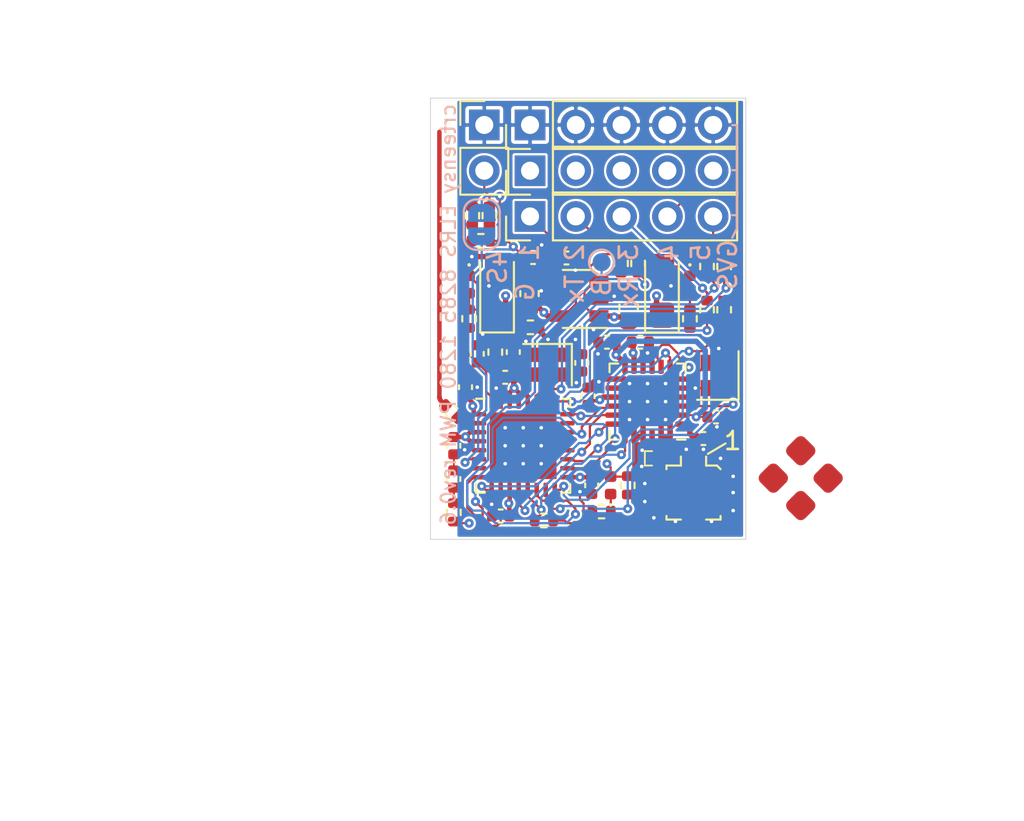
<source format=kicad_pcb>
(kicad_pcb (version 20171130) (host pcbnew 5.1.12-84ad8e8a86~92~ubuntu18.04.1)
  (layers (0 F.Cu_sig signal) (1 In1.Cu_3V3 signal) (2 In2.Cu_Gnd signal) (31 B.Cu_sig signal) (34 B.Paste user) (35 F.Paste user) (36 B.SilkS user) (37 F.SilkS user) (38 B.Mask user) (39 F.Mask user) (44 Edge.Cuts user))
  (net 0 "")
  (net 1 GND)
  (net 2 +5V)
  (net 3 "Net-(D2-Pad2)")
  (net 4 +3V3)
  (net 5 ESP_EN)
  (net 6 "Net-(C16-Pad1)")
  (net 7 "Net-(C17-Pad1)")
  (net 8 ESPX_OUT)
  (net 9 ESPX_IN)
  (net 10 "Net-(R2-Pad2)")
  (net 11 "Net-(U2-Pad23)")
  (net 12 "Net-(U2-Pad22)")
  (net 13 "Net-(U2-Pad21)")
  (net 14 "Net-(U2-Pad20)")
  (net 15 LED_A)
  (net 16 BUSY_A)
  (net 17 DIO1_A)
  (net 18 NRST_A)
  (net 19 NSS_A)
  (net 20 SCK)
  (net 21 MISO)
  (net 22 MOSI)
  (net 23 ANT)
  (net 24 "Net-(U6-Pad6)")
  (net 25 "Net-(U6-Pad4)")
  (net 26 "Net-(J1-Pad1)")
  (net 27 "Net-(U5-Pad1)")
  (net 28 "Net-(U6-Pad10)")
  (net 29 "Net-(U6-Pad9)")
  (net 30 "Net-(U6-Pad14)")
  (net 31 "Net-(C22-Pad1)")
  (net 32 "Net-(J3-Pad5)")
  (net 33 "Net-(J3-Pad4)")
  (net 34 "Net-(J3-Pad3)")
  (net 35 "Net-(J3-Pad2)")
  (net 36 "Net-(J3-Pad1)")
  (net 37 PWM1)
  (net 38 PWM2)
  (net 39 PWM3)
  (net 40 PWM4)
  (net 41 PWM5)
  (net 42 "Net-(U2-Pad5)")
  (net 43 "Net-(D4-Pad1)")
  (net 44 "Net-(C11-Pad1)")
  (net 45 "Net-(D1-Pad1)")
  (net 46 "Net-(J5-Pad2)")
  (net 47 ADC_sig)
  (net 48 "Net-(J6-Pad2)")
  (net 49 "Net-(JP1-Pad1)")
  (net 50 "Net-(C13-Pad2)")
  (module Jumper:SolderJumper-2_P1.3mm_Open_RoundedPad1.0x1.5mm (layer B.Cu_sig) (at 160.85 58.025 270)
    (fp_text reference JP1 hide)
    (fp_text value 4S)
    (pad 2 smd custom (at 0.65 0 270) (size 1 0.5) (layers B.Cu_sig B.Mask) (net 47 ADC_sig) (options (clearance outline) (anchor rect)) (primitives (gr_circle (center 0 -0.25) (end 0.5 -0.25) (width 0)) (gr_circle (center 0 0.25) (end 0.5 0.25) (width 0)) (gr_poly (pts (xy 0 0.75) (xy -0.5 0.75) (xy -0.5 -0.75) (xy 0 -0.75)) (width 0))))
    (pad 1 smd custom (at -0.65 0 270) (size 1 0.5) (layers B.Cu_sig B.Mask) (net 49 "Net-(JP1-Pad1)") (options (clearance outline) (anchor rect)) (primitives (gr_circle (center 0 -0.25) (end 0.5 -0.25) (width 0)) (gr_circle (center 0 0.25) (end 0.5 0.25) (width 0)) (gr_poly (pts (xy 0 0.75) (xy 0.5 0.75) (xy 0.5 -0.75) (xy 0 -0.75)) (width 0))))
  )
  (module Capacitor_SMD:C_0402_1005Metric (layer F.Cu_sig) (at 159.175 68.4 315)
    (fp_text reference C13 hide)
    (fp_text value 10p)
    (pad 2 smd roundrect (at 0.48 0 315) (size 0.56 0.62) (layers F.Cu_sig F.Paste F.Mask) (net 50 "Net-(C13-Pad2)"))
    (pad 1 smd roundrect (at -0.48 0 315) (size 0.56 0.62) (layers F.Cu_sig F.Paste F.Mask) (net 23 ANT))
  )
  (module Resistor_SMD:R_0402_1005Metric (layer F.Cu_sig) (at 161.275 57.525 90)
    (fp_text reference R17 hide)
    (fp_text value 47k)
    (pad 2 smd roundrect (at 0.51 0 90) (size 0.54 0.64) (layers F.Cu_sig F.Paste F.Mask) (net 48 "Net-(J6-Pad2)"))
    (pad 1 smd roundrect (at -0.51 0 90) (size 0.54 0.64) (layers F.Cu_sig F.Paste F.Mask) (net 49 "Net-(JP1-Pad1)"))
  )
  (module Connector_PinHeader_2.54mm:PinHeader_1x02_P2.54mm_Vertical (layer F.Cu_sig) (at 160.99 52.49)
    (fp_text reference J6 hide)
    (fp_text value Conn_01x02 hide)
    (pad 2 thru_hole oval (at 0 2.54) (size 1.7 1.7) (drill 1) (layers *.Cu *.Mask) (net 48 "Net-(J6-Pad2)"))
    (pad 1 thru_hole rect (at 0 0) (size 1.7 1.7) (drill 1) (layers *.Cu *.Mask) (net 1 GND))
  )
  (module Resistor_SMD:R_0402_1005Metric (layer F.Cu_sig) (at 160.8 58.925)
    (fp_text reference R16 hide)
    (fp_text value 1k)
    (pad 2 smd roundrect (at 0.51 0) (size 0.54 0.64) (layers F.Cu_sig F.Paste F.Mask) (net 47 ADC_sig))
    (pad 1 smd roundrect (at -0.51 0) (size 0.54 0.64) (layers F.Cu_sig F.Paste F.Mask) (net 1 GND))
  )
  (module Resistor_SMD:R_0402_1005Metric (layer F.Cu_sig) (at 160.325 57.525 90)
    (fp_text reference R15 hide)
    (fp_text value 24k)
    (pad 2 smd roundrect (at 0.51 0 90) (size 0.54 0.64) (layers F.Cu_sig F.Paste F.Mask) (net 48 "Net-(J6-Pad2)"))
    (pad 1 smd roundrect (at -0.51 0 90) (size 0.54 0.64) (layers F.Cu_sig F.Paste F.Mask) (net 47 ADC_sig))
  )
  (module Capacitor_SMD:C_0402_1005Metric (layer F.Cu_sig) (at 163.7 59.85)
    (fp_text reference C12 hide)
    (fp_text value 100n)
    (pad 2 smd roundrect (at 0.48 0) (size 0.56 0.62) (layers F.Cu_sig F.Paste F.Mask) (net 1 GND))
    (pad 1 smd roundrect (at -0.48 0) (size 0.56 0.62) (layers F.Cu_sig F.Paste F.Mask) (net 47 ADC_sig))
  )
  (module ELRS_ESP8285_PWM5:QFN-32-1EP_5x5mm_P0.5mm_EP3.7x3.7mm_dense (layer F.Cu_sig) (at 163.15 70.3)
    (fp_text reference U2 hide)
    (fp_text value ESP8285 hide)
    (pad 33 smd rect (at 0 0) (size 3.7 3.7) (layers F.Cu_sig F.Mask) (net 1 GND))
    (pad 32 smd roundrect (at -1.75 -2.45) (size 0.25 0.8) (layers F.Cu_sig F.Paste F.Mask) (net 44 "Net-(C11-Pad1)"))
    (pad 31 smd roundrect (at -1.25 -2.45) (size 0.25 0.8) (layers F.Cu_sig F.Paste F.Mask) (net 10 "Net-(R2-Pad2)"))
    (pad 30 smd roundrect (at -0.75 -2.45) (size 0.25 0.8) (layers F.Cu_sig F.Paste F.Mask) (net 4 +3V3))
    (pad 29 smd roundrect (at -0.25 -2.45) (size 0.25 0.8) (layers F.Cu_sig F.Paste F.Mask) (net 4 +3V3))
    (pad 28 smd roundrect (at 0.25 -2.45) (size 0.25 0.8) (layers F.Cu_sig F.Paste F.Mask) (net 9 ESPX_IN))
    (pad 27 smd roundrect (at 0.75 -2.45) (size 0.25 0.8) (layers F.Cu_sig F.Paste F.Mask) (net 8 ESPX_OUT))
    (pad 26 smd roundrect (at 1.25 -2.45) (size 0.25 0.8) (layers F.Cu_sig F.Paste F.Mask) (net 38 PWM2))
    (pad 25 smd roundrect (at 1.75 -2.45) (size 0.25 0.8) (layers F.Cu_sig F.Paste F.Mask) (net 39 PWM3))
    (pad 24 smd roundrect (at 2.45 -1.75) (size 0.8 0.25) (layers F.Cu_sig F.Paste F.Mask) (net 16 BUSY_A))
    (pad 23 smd roundrect (at 2.45 -1.25) (size 0.8 0.25) (layers F.Cu_sig F.Paste F.Mask) (net 11 "Net-(U2-Pad23)"))
    (pad 22 smd roundrect (at 2.45 -0.75) (size 0.8 0.25) (layers F.Cu_sig F.Paste F.Mask) (net 12 "Net-(U2-Pad22)"))
    (pad 21 smd roundrect (at 2.45 -0.25) (size 0.8 0.25) (layers F.Cu_sig F.Paste F.Mask) (net 13 "Net-(U2-Pad21)"))
    (pad 20 smd roundrect (at 2.45 0.25) (size 0.8 0.25) (layers F.Cu_sig F.Paste F.Mask) (net 14 "Net-(U2-Pad20)"))
    (pad 19 smd roundrect (at 2.45 0.75) (size 0.8 0.25) (layers F.Cu_sig F.Paste F.Mask) (net 41 PWM5))
    (pad 18 smd roundrect (at 2.45 1.25) (size 0.8 0.25) (layers F.Cu_sig F.Paste F.Mask) (net 40 PWM4))
    (pad 17 smd roundrect (at 2.45 1.75) (size 0.8 0.25) (layers F.Cu_sig F.Paste F.Mask) (net 4 +3V3))
    (pad 16 smd roundrect (at 1.75 2.45) (size 0.25 0.8) (layers F.Cu_sig F.Paste F.Mask) (net 17 DIO1_A))
    (pad 15 smd roundrect (at 1.25 2.45) (size 0.25 0.8) (layers F.Cu_sig F.Paste F.Mask) (net 37 PWM1))
    (pad 14 smd roundrect (at 0.75 2.45) (size 0.25 0.8) (layers F.Cu_sig F.Paste F.Mask) (net 18 NRST_A))
    (pad 13 smd roundrect (at 0.25 2.45) (size 0.25 0.8) (layers F.Cu_sig F.Paste F.Mask) (net 19 NSS_A))
    (pad 12 smd roundrect (at -0.25 2.45) (size 0.25 0.8) (layers F.Cu_sig F.Paste F.Mask) (net 22 MOSI))
    (pad 11 smd roundrect (at -0.75 2.45) (size 0.25 0.8) (layers F.Cu_sig F.Paste F.Mask) (net 4 +3V3))
    (pad 10 smd roundrect (at -1.25 2.45) (size 0.25 0.8) (layers F.Cu_sig F.Paste F.Mask) (net 21 MISO))
    (pad 9 smd roundrect (at -1.75 2.45) (size 0.25 0.8) (layers F.Cu_sig F.Paste F.Mask) (net 20 SCK))
    (pad 8 smd roundrect (at -2.45 1.75) (size 0.8 0.25) (layers F.Cu_sig F.Paste F.Mask) (net 15 LED_A))
    (pad 7 smd roundrect (at -2.45 1.25) (size 0.8 0.25) (layers F.Cu_sig F.Paste F.Mask) (net 5 ESP_EN))
    (pad 6 smd roundrect (at -2.45 0.75) (size 0.8 0.25) (layers F.Cu_sig F.Paste F.Mask) (net 47 ADC_sig))
    (pad 5 smd roundrect (at -2.45 0.25) (size 0.8 0.25) (layers F.Cu_sig F.Paste F.Mask) (net 42 "Net-(U2-Pad5)"))
    (pad 4 smd roundrect (at -2.45 -0.25) (size 0.8 0.25) (layers F.Cu_sig F.Paste F.Mask) (net 4 +3V3))
    (pad 3 smd roundrect (at -2.45 -0.75) (size 0.8 0.25) (layers F.Cu_sig F.Paste F.Mask) (net 4 +3V3))
    (pad 2 smd roundrect (at -2.45 -1.25) (size 0.8 0.25) (layers F.Cu_sig F.Paste F.Mask) (net 50 "Net-(C13-Pad2)"))
    (pad 1 smd roundrect (at -2.45 -1.75) (size 0.8 0.25) (layers F.Cu_sig F.Paste F.Mask) (net 4 +3V3))
  )
  (module Resistor_SMD:R_0402_1005Metric (layer F.Cu_sig) (at 164.3 74.45 180)
    (fp_text reference R14 hide)
    (fp_text value 12k)
    (pad 2 smd roundrect (at 0.51 0 180) (size 0.54 0.64) (layers F.Cu_sig F.Paste F.Mask) (net 19 NSS_A))
    (pad 1 smd roundrect (at -0.51 0 180) (size 0.54 0.64) (layers F.Cu_sig F.Paste F.Mask) (net 1 GND))
  )
  (module ELRS_ESP8285_PWM5:molex_479480001_2g4-turret (layer F.Cu_sig) (at 178.55 72.1 225)
    (fp_text reference J5 hide)
    (fp_text value Conn_Coaxial hide)
    (pad 2 smd roundrect (at -1.075 -1.075 225) (size 1.35 1.35) (layers F.Cu_sig F.Paste F.Mask) (net 46 "Net-(J5-Pad2)"))
    (pad 2 smd roundrect (at 1.075 -1.075 225) (size 1.35 1.35) (layers F.Cu_sig F.Paste F.Mask) (net 46 "Net-(J5-Pad2)"))
    (pad 2 smd roundrect (at 1.075 1.075 225) (size 1.35 1.35) (layers F.Cu_sig F.Paste F.Mask) (net 46 "Net-(J5-Pad2)"))
    (pad 1 smd roundrect (at -1.075 1.075 225) (size 1.35 1.35) (layers F.Cu_sig F.Paste F.Mask) (net 26 "Net-(J1-Pad1)"))
  )
  (module Resistor_SMD:R_0402_1005Metric (layer F.Cu_sig) (at 168.575 60.175 90)
    (fp_text reference R13 hide)
    (fp_text value 12k)
    (pad 2 smd roundrect (at 0.51 0 90) (size 0.54 0.64) (layers F.Cu_sig F.Paste F.Mask) (net 4 +3V3))
    (pad 1 smd roundrect (at -0.51 0 90) (size 0.54 0.64) (layers F.Cu_sig F.Paste F.Mask) (net 37 PWM1))
  )
  (module Resistor_SMD:R_0402_1005Metric (layer F.Cu_sig) (at 168.95 72.5 90)
    (fp_text reference R10 hide)
    (fp_text value 12k)
    (pad 2 smd roundrect (at 0.51 0 90) (size 0.54 0.64) (layers F.Cu_sig F.Paste F.Mask) (net 4 +3V3))
    (pad 1 smd roundrect (at -0.51 0 90) (size 0.54 0.64) (layers F.Cu_sig F.Paste F.Mask) (net 18 NRST_A))
  )
  (module Capacitor_SMD:C_0402_1005Metric (layer F.Cu_sig) (at 160.6 65.2 90)
    (fp_text reference C11 hide)
    (fp_text value 1u)
    (pad 2 smd roundrect (at 0.48 0 90) (size 0.56 0.62) (layers F.Cu_sig F.Paste F.Mask) (net 1 GND))
    (pad 1 smd roundrect (at -0.48 0 90) (size 0.56 0.62) (layers F.Cu_sig F.Paste F.Mask) (net 44 "Net-(C11-Pad1)"))
  )
  (module Capacitor_SMD:C_0402_1005Metric (layer F.Cu_sig) (at 161.9 74.2 180)
    (fp_text reference C10 hide)
    (fp_text value 100n)
    (pad 2 smd roundrect (at 0.48 0 180) (size 0.56 0.62) (layers F.Cu_sig F.Paste F.Mask) (net 1 GND))
    (pad 1 smd roundrect (at -0.48 0 180) (size 0.56 0.62) (layers F.Cu_sig F.Paste F.Mask) (net 4 +3V3))
  )
  (module TestPoint:TestPoint_Pad_D1.0mm (layer B.Cu_sig) (at 167.5 60.110001)
    (fp_text reference TP1 hide)
    (fp_text value BOOT)
    (pad 1 smd circle (at 0 0) (size 1 1) (layers B.Cu_sig B.Mask) (net 37 PWM1))
  )
  (module Resistor_SMD:R_0402_1005Metric (layer F.Cu_sig) (at 174.3 60.35 270)
    (fp_text reference R9 hide)
    (fp_text value 1k)
    (pad 2 smd roundrect (at 0.51 0 270) (size 0.54 0.64) (layers F.Cu_sig F.Paste F.Mask) (net 41 PWM5))
    (pad 1 smd roundrect (at -0.51 0 270) (size 0.54 0.64) (layers F.Cu_sig F.Paste F.Mask) (net 32 "Net-(J3-Pad5)"))
  )
  (module Resistor_SMD:R_0402_1005Metric (layer F.Cu_sig) (at 174.3 62.75 270)
    (fp_text reference R8 hide)
    (fp_text value 1k)
    (pad 2 smd roundrect (at 0.51 0 270) (size 0.54 0.64) (layers F.Cu_sig F.Paste F.Mask) (net 40 PWM4))
    (pad 1 smd roundrect (at -0.51 0 270) (size 0.54 0.64) (layers F.Cu_sig F.Paste F.Mask) (net 33 "Net-(J3-Pad4)"))
  )
  (module Resistor_SMD:R_0402_1005Metric (layer F.Cu_sig) (at 173.35 62.75 270)
    (fp_text reference R7 hide)
    (fp_text value 1k)
    (pad 2 smd roundrect (at 0.51 0 270) (size 0.54 0.64) (layers F.Cu_sig F.Paste F.Mask) (net 39 PWM3))
    (pad 1 smd roundrect (at -0.51 0 270) (size 0.54 0.64) (layers F.Cu_sig F.Paste F.Mask) (net 34 "Net-(J3-Pad3)"))
  )
  (module Resistor_SMD:R_0402_1005Metric (layer F.Cu_sig) (at 173.35 60.35 270)
    (fp_text reference R6 hide)
    (fp_text value 1k)
    (pad 2 smd roundrect (at 0.51 0 270) (size 0.54 0.64) (layers F.Cu_sig F.Paste F.Mask) (net 38 PWM2))
    (pad 1 smd roundrect (at -0.51 0 270) (size 0.54 0.64) (layers F.Cu_sig F.Paste F.Mask) (net 35 "Net-(J3-Pad2)"))
  )
  (module Resistor_SMD:R_0402_1005Metric (layer F.Cu_sig) (at 169.525 60.175 270)
    (fp_text reference R5 hide)
    (fp_text value 1k)
    (pad 2 smd roundrect (at 0.51 0 270) (size 0.54 0.64) (layers F.Cu_sig F.Paste F.Mask) (net 37 PWM1))
    (pad 1 smd roundrect (at -0.51 0 270) (size 0.54 0.64) (layers F.Cu_sig F.Paste F.Mask) (net 36 "Net-(J3-Pad1)"))
  )
  (module Resistor_SMD:R_0402_1005Metric (layer F.Cu_sig) (at 160.15 63.25 90)
    (fp_text reference R3 hide)
    (fp_text value 12k)
    (pad 2 smd roundrect (at 0.51 0 90) (size 0.54 0.64) (layers F.Cu_sig F.Paste F.Mask) (net 4 +3V3))
    (pad 1 smd roundrect (at -0.51 0 90) (size 0.54 0.64) (layers F.Cu_sig F.Paste F.Mask) (net 44 "Net-(C11-Pad1)"))
  )
  (module Resistor_SMD:R_0402_1005Metric (layer F.Cu_sig) (at 161.6 65.1 270)
    (fp_text reference R2 hide)
    (fp_text value 12k)
    (pad 2 smd roundrect (at 0.51 0 270) (size 0.54 0.64) (layers F.Cu_sig F.Paste F.Mask) (net 10 "Net-(R2-Pad2)"))
    (pad 1 smd roundrect (at -0.51 0 270) (size 0.54 0.64) (layers F.Cu_sig F.Paste F.Mask) (net 1 GND))
  )
  (module Connector_PinHeader_2.54mm:PinHeader_1x05_P2.54mm_Vertical (layer F.Cu_sig) (at 163.53 55.029999 90)
    (fp_text reference J4 hide)
    (fp_text value Conn_01x05 hide)
    (pad 5 thru_hole oval (at 0 10.16 90) (size 1.7 1.7) (drill 1) (layers *.Cu *.Mask) (net 2 +5V))
    (pad 4 thru_hole oval (at 0 7.62 90) (size 1.7 1.7) (drill 1) (layers *.Cu *.Mask) (net 2 +5V))
    (pad 3 thru_hole oval (at 0 5.08 90) (size 1.7 1.7) (drill 1) (layers *.Cu *.Mask) (net 2 +5V))
    (pad 2 thru_hole oval (at 0 2.54 90) (size 1.7 1.7) (drill 1) (layers *.Cu *.Mask) (net 2 +5V))
    (pad 1 thru_hole rect (at 0 0 90) (size 1.7 1.7) (drill 1) (layers *.Cu *.Mask) (net 2 +5V))
  )
  (module Connector_PinHeader_2.54mm:PinHeader_1x05_P2.54mm_Vertical (layer F.Cu_sig) (at 163.53 57.570001 90)
    (fp_text reference J3 hide)
    (fp_text value Conn_01x05 hide)
    (pad 5 thru_hole oval (at 0 10.16 90) (size 1.7 1.7) (drill 1) (layers *.Cu *.Mask) (net 32 "Net-(J3-Pad5)"))
    (pad 4 thru_hole oval (at 0 7.62 90) (size 1.7 1.7) (drill 1) (layers *.Cu *.Mask) (net 33 "Net-(J3-Pad4)"))
    (pad 3 thru_hole oval (at 0 5.08 90) (size 1.7 1.7) (drill 1) (layers *.Cu *.Mask) (net 34 "Net-(J3-Pad3)"))
    (pad 2 thru_hole oval (at 0 2.54 90) (size 1.7 1.7) (drill 1) (layers *.Cu *.Mask) (net 35 "Net-(J3-Pad2)"))
    (pad 1 thru_hole rect (at 0 0 90) (size 1.7 1.7) (drill 1) (layers *.Cu *.Mask) (net 36 "Net-(J3-Pad1)"))
  )
  (module Connector_PinHeader_2.54mm:PinHeader_1x05_P2.54mm_Vertical (layer F.Cu_sig) (at 163.53 52.49 90)
    (fp_text reference J2 hide)
    (fp_text value Conn_01x05 hide)
    (pad 5 thru_hole oval (at 0 10.16 90) (size 1.7 1.7) (drill 1) (layers *.Cu *.Mask) (net 1 GND))
    (pad 4 thru_hole oval (at 0 7.62 90) (size 1.7 1.7) (drill 1) (layers *.Cu *.Mask) (net 1 GND))
    (pad 3 thru_hole oval (at 0 5.08 90) (size 1.7 1.7) (drill 1) (layers *.Cu *.Mask) (net 1 GND))
    (pad 2 thru_hole oval (at 0 2.54 90) (size 1.7 1.7) (drill 1) (layers *.Cu *.Mask) (net 1 GND))
    (pad 1 thru_hole rect (at 0 0 90) (size 1.7 1.7) (drill 1) (layers *.Cu *.Mask) (net 1 GND))
  )
  (module Package_TO_SOT_SMD:SOT-23-5 (layer F.Cu_sig) (at 166.25 62.15 180)
    (fp_text reference U1 hide)
    (fp_text value SPX3819M5-L-3-3 hide)
    (pad 5 smd rect (at 1.1 -0.95 180) (size 1.06 0.65) (layers F.Cu_sig F.Paste F.Mask) (net 4 +3V3))
    (pad 4 smd rect (at 1.1 0.95 180) (size 1.06 0.65) (layers F.Cu_sig F.Paste F.Mask) (net 31 "Net-(C22-Pad1)"))
    (pad 3 smd rect (at -1.1 0.95 180) (size 1.06 0.65) (layers F.Cu_sig F.Paste F.Mask) (net 2 +5V))
    (pad 2 smd rect (at -1.1 0 180) (size 1.06 0.65) (layers F.Cu_sig F.Paste F.Mask) (net 1 GND))
    (pad 1 smd rect (at -1.1 -0.95 180) (size 1.06 0.65) (layers F.Cu_sig F.Paste F.Mask) (net 2 +5V))
  )
  (module Capacitor_SMD:C_0402_1005Metric (layer F.Cu_sig) (at 165.55 59.875)
    (fp_text reference C22 hide)
    (fp_text value 10n)
    (pad 2 smd roundrect (at 0.48 0) (size 0.56 0.62) (layers F.Cu_sig F.Paste F.Mask) (net 1 GND))
    (pad 1 smd roundrect (at -0.48 0) (size 0.56 0.62) (layers F.Cu_sig F.Paste F.Mask) (net 31 "Net-(C22-Pad1)"))
  )
  (module Capacitor_SMD:C_0402_1005Metric (layer F.Cu_sig) (at 159.3 70.3 270)
    (fp_text reference C21 hide)
    (fp_text value 100n)
    (pad 2 smd roundrect (at 0.48 0 270) (size 0.56 0.62) (layers F.Cu_sig F.Paste F.Mask) (net 1 GND))
    (pad 1 smd roundrect (at -0.48 0 270) (size 0.56 0.62) (layers F.Cu_sig F.Paste F.Mask) (net 4 +3V3))
  )
  (module Resistor_SMD:R_0402_1005Metric (layer F.Cu_sig) (at 167.5 73.95)
    (fp_text reference R4 hide)
    (fp_text value 560R)
    (pad 2 smd roundrect (at 0.51 0) (size 0.54 0.64) (layers F.Cu_sig F.Paste F.Mask) (net 43 "Net-(D4-Pad1)"))
    (pad 1 smd roundrect (at -0.51 0) (size 0.54 0.64) (layers F.Cu_sig F.Paste F.Mask) (net 15 LED_A))
  )
  (module LED_SMD:LED_0402_1005Metric (layer F.Cu_sig) (at 168 72.5 90)
    (fp_text reference D4 hide)
    (fp_text value red_2V1)
    (pad 2 smd roundrect (at 0.485 0 90) (size 0.59 0.64) (layers F.Cu_sig F.Paste F.Mask) (net 4 +3V3))
    (pad 1 smd roundrect (at -0.485 0 90) (size 0.59 0.64) (layers F.Cu_sig F.Paste F.Mask) (net 43 "Net-(D4-Pad1)"))
  )
  (module ELRS_ESP8285_dual:QFN-24-1EP_4x4mm_P0.5mm_EP2.6x2.6mm_SX1280_dense (layer F.Cu_sig) (at 170.05 67.85 180)
    (fp_text reference U6 hide)
    (fp_text value SX1281 hide)
    (pad 0 smd rect (at 0 0 180) (size 2.6 2.6) (layers F.Cu_sig F.Mask) (net 1 GND))
    (pad 24 smd roundrect (at -1.25 -1.9375 180) (size 0.3 0.8) (layers F.Cu_sig F.Paste F.Mask) (net 1 GND))
    (pad 23 smd roundrect (at -0.75 -1.9375 180) (size 0.3 0.8) (layers F.Cu_sig F.Paste F.Mask) (net 1 GND))
    (pad 22 smd roundrect (at -0.25 -1.9375 180) (size 0.3 0.8) (layers F.Cu_sig F.Paste F.Mask) (net 27 "Net-(U5-Pad1)"))
    (pad 21 smd roundrect (at 0.25 -1.9375 180) (size 0.3 0.8) (layers F.Cu_sig F.Paste F.Mask) (net 1 GND))
    (pad 20 smd roundrect (at 0.75 -1.9375 180) (size 0.3 0.8) (layers F.Cu_sig F.Paste F.Mask) (net 1 GND))
    (pad 19 smd roundrect (at 1.25 -1.9375 180) (size 0.3 0.8) (layers F.Cu_sig F.Paste F.Mask) (net 19 NSS_A))
    (pad 18 smd roundrect (at 1.9375 -1.25 180) (size 0.8 0.3) (layers F.Cu_sig F.Paste F.Mask) (net 20 SCK))
    (pad 17 smd roundrect (at 1.9375 -0.75 180) (size 0.8 0.3) (layers F.Cu_sig F.Paste F.Mask) (net 22 MOSI))
    (pad 16 smd roundrect (at 1.9375 -0.25 180) (size 0.8 0.3) (layers F.Cu_sig F.Paste F.Mask) (net 21 MISO))
    (pad 15 smd roundrect (at 1.9375 0.25 180) (size 0.8 0.3) (layers F.Cu_sig F.Paste F.Mask) (net 4 +3V3))
    (pad 14 smd roundrect (at 1.9375 0.75 180) (size 0.8 0.3) (layers F.Cu_sig F.Paste F.Mask) (net 30 "Net-(U6-Pad14)"))
    (pad 13 smd roundrect (at 1.9375 1.25 180) (size 0.8 0.3) (layers F.Cu_sig F.Paste F.Mask) (net 1 GND))
    (pad 12 smd roundrect (at 1.25 1.9375 180) (size 0.3 0.8) (layers F.Cu_sig F.Paste F.Mask) (net 6 "Net-(C16-Pad1)"))
    (pad 11 smd roundrect (at 0.75 1.9375 180) (size 0.3 0.8) (layers F.Cu_sig F.Paste F.Mask) (net 4 +3V3))
    (pad 10 smd roundrect (at 0.25 1.9375 180) (size 0.3 0.8) (layers F.Cu_sig F.Paste F.Mask) (net 28 "Net-(U6-Pad10)"))
    (pad 9 smd roundrect (at -0.25 1.9375 180) (size 0.3 0.8) (layers F.Cu_sig F.Paste F.Mask) (net 29 "Net-(U6-Pad9)"))
    (pad 8 smd roundrect (at -0.75 1.9375 180) (size 0.3 0.8) (layers F.Cu_sig F.Paste F.Mask) (net 17 DIO1_A))
    (pad 7 smd roundrect (at -1.25 1.9375 180) (size 0.3 0.8) (layers F.Cu_sig F.Paste F.Mask) (net 16 BUSY_A))
    (pad 6 smd roundrect (at -1.9375 1.25 180) (size 0.8 0.3) (layers F.Cu_sig F.Paste F.Mask) (net 24 "Net-(U6-Pad6)"))
    (pad 5 smd roundrect (at -1.9375 0.75 180) (size 0.8 0.3) (layers F.Cu_sig F.Paste F.Mask) (net 1 GND))
    (pad 4 smd roundrect (at -1.9375 0.25 180) (size 0.8 0.3) (layers F.Cu_sig F.Paste F.Mask) (net 25 "Net-(U6-Pad4)"))
    (pad 3 smd roundrect (at -1.9375 -0.25 180) (size 0.8 0.3) (layers F.Cu_sig F.Paste F.Mask) (net 18 NRST_A))
    (pad 2 smd roundrect (at -1.9375 -0.75 180) (size 0.8 0.3) (layers F.Cu_sig F.Paste F.Mask) (net 6 "Net-(C16-Pad1)"))
    (pad 1 smd roundrect (at -1.9375 -1.25 180) (size 0.8 0.3) (layers F.Cu_sig F.Paste F.Mask) (net 7 "Net-(C17-Pad1)"))
  )
  (module ELRS_ESP8285_dual:2450FM07D0034T (layer F.Cu_sig) (at 170.9 71)
    (fp_text reference U5 hide)
    (fp_text value 2450FM07D0034T hide)
    (pad 4 smd roundrect (at 0 -0.35) (size 0.3 0.5) (layers F.Cu_sig F.Paste F.Mask) (net 1 GND))
    (pad 3 smd roundrect (at 0.6 0) (size 0.55 0.55) (layers F.Cu_sig F.Paste F.Mask) (net 26 "Net-(J1-Pad1)"))
    (pad 2 smd roundrect (at 0 0.35) (size 0.3 0.5) (layers F.Cu_sig F.Paste F.Mask) (net 1 GND))
    (pad 1 smd roundrect (at -0.6 0) (size 0.55 0.55) (layers F.Cu_sig F.Paste F.Mask) (net 27 "Net-(U5-Pad1)"))
  )
  (module ELRS_ESP8285_dual:U.FL_Molex_MCRF_73412-0110_Vertical_dense (layer F.Cu_sig) (at 172.6 72.9 180)
    (fp_text reference J1 hide)
    (fp_text value Conn_Coaxial hide)
    (pad 1 smd rect (at 0 1.5 180) (size 1 1) (layers F.Cu_sig F.Paste F.Mask) (net 26 "Net-(J1-Pad1)"))
    (pad 2 smd roundrect (at 0 -1.5 180) (size 1 1) (layers F.Cu_sig F.Paste F.Mask) (net 1 GND))
    (pad 2 smd roundrect (at 1.475 0 180) (size 1.05 2.2) (layers F.Cu_sig F.Paste F.Mask) (net 1 GND))
    (pad 2 smd roundrect (at -1.475 0 180) (size 1.05 2.2) (layers F.Cu_sig F.Paste F.Mask) (net 1 GND))
  )
  (module Crystal:Crystal_SMD_2016-4Pin_2.0x1.6mm (layer F.Cu_sig) (at 173.95 66.4 90)
    (fp_text reference Y3 hide)
    (fp_text value 52M)
    (pad 4 smd rect (at -0.7 -0.55 90) (size 0.9 0.8) (layers F.Cu_sig F.Paste F.Mask) (net 1 GND))
    (pad 3 smd rect (at 0.7 -0.55 90) (size 0.9 0.8) (layers F.Cu_sig F.Paste F.Mask) (net 24 "Net-(U6-Pad6)"))
    (pad 2 smd rect (at 0.7 0.55 90) (size 0.9 0.8) (layers F.Cu_sig F.Paste F.Mask) (net 1 GND))
    (pad 1 smd rect (at -0.7 0.55 90) (size 0.9 0.8) (layers F.Cu_sig F.Paste F.Mask) (net 25 "Net-(U6-Pad4)"))
  )
  (module Crystal:Crystal_SMD_2016-4Pin_2.0x1.6mm (layer F.Cu_sig) (at 164.5 65.8 180)
    (fp_text reference Y2 hide)
    (fp_text value 26M)
    (pad 4 smd rect (at -0.7 -0.55 180) (size 0.9 0.8) (layers F.Cu_sig F.Paste F.Mask) (net 1 GND))
    (pad 3 smd rect (at 0.7 -0.55 180) (size 0.9 0.8) (layers F.Cu_sig F.Paste F.Mask) (net 9 ESPX_IN))
    (pad 2 smd rect (at 0.7 0.55 180) (size 0.9 0.8) (layers F.Cu_sig F.Paste F.Mask) (net 1 GND))
    (pad 1 smd rect (at -0.7 0.55 180) (size 0.9 0.8) (layers F.Cu_sig F.Paste F.Mask) (net 8 ESPX_OUT))
  )
  (module Resistor_SMD:R_0402_1005Metric (layer F.Cu_sig) (at 159.3 74 270)
    (fp_text reference R1 hide)
    (fp_text value 12k)
    (pad 2 smd roundrect (at 0.51 0 270) (size 0.54 0.64) (layers F.Cu_sig F.Paste F.Mask) (net 4 +3V3))
    (pad 1 smd roundrect (at -0.51 0 270) (size 0.54 0.64) (layers F.Cu_sig F.Paste F.Mask) (net 5 ESP_EN))
  )
  (module Capacitor_SMD:C_0402_1005Metric (layer F.Cu_sig) (at 162.6 65.1 90)
    (fp_text reference C20 hide)
    (fp_text value 5p)
    (pad 2 smd roundrect (at 0.48 0 90) (size 0.56 0.62) (layers F.Cu_sig F.Paste F.Mask) (net 1 GND))
    (pad 1 smd roundrect (at -0.48 0 90) (size 0.56 0.62) (layers F.Cu_sig F.Paste F.Mask) (net 9 ESPX_IN))
  )
  (module Capacitor_SMD:C_0402_1005Metric (layer F.Cu_sig) (at 166.4 65.7 270)
    (fp_text reference C19 hide)
    (fp_text value 5p)
    (pad 2 smd roundrect (at 0.48 0 270) (size 0.56 0.62) (layers F.Cu_sig F.Paste F.Mask) (net 1 GND))
    (pad 1 smd roundrect (at -0.48 0 270) (size 0.56 0.62) (layers F.Cu_sig F.Paste F.Mask) (net 8 ESPX_OUT))
  )
  (module Capacitor_SMD:C_0402_1005Metric (layer F.Cu_sig) (at 167.8 64.55 180)
    (fp_text reference C18 hide)
    (fp_text value 470n)
    (pad 2 smd roundrect (at 0.48 0 180) (size 0.56 0.62) (layers F.Cu_sig F.Paste F.Mask) (net 1 GND))
    (pad 1 smd roundrect (at -0.48 0 180) (size 0.56 0.62) (layers F.Cu_sig F.Paste F.Mask) (net 6 "Net-(C16-Pad1)"))
  )
  (module Capacitor_SMD:C_0402_1005Metric (layer F.Cu_sig) (at 173.15 69.9)
    (fp_text reference C17 hide)
    (fp_text value 10n)
    (pad 2 smd roundrect (at 0.48 0) (size 0.56 0.62) (layers F.Cu_sig F.Paste F.Mask) (net 1 GND))
    (pad 1 smd roundrect (at -0.48 0) (size 0.56 0.62) (layers F.Cu_sig F.Paste F.Mask) (net 7 "Net-(C17-Pad1)"))
  )
  (module Capacitor_SMD:C_0402_1005Metric (layer F.Cu_sig) (at 173.85 68.7)
    (fp_text reference C16 hide)
    (fp_text value 10n)
    (pad 2 smd roundrect (at 0.48 0) (size 0.56 0.62) (layers F.Cu_sig F.Paste F.Mask) (net 1 GND))
    (pad 1 smd roundrect (at -0.48 0) (size 0.56 0.62) (layers F.Cu_sig F.Paste F.Mask) (net 6 "Net-(C16-Pad1)"))
  )
  (module Capacitor_SMD:C_0402_1005Metric (layer F.Cu_sig) (at 169.65 64.55)
    (fp_text reference C15 hide)
    (fp_text value 100n)
    (pad 2 smd roundrect (at 0.48 0) (size 0.56 0.62) (layers F.Cu_sig F.Paste F.Mask) (net 1 GND))
    (pad 1 smd roundrect (at -0.48 0) (size 0.56 0.62) (layers F.Cu_sig F.Paste F.Mask) (net 4 +3V3))
  )
  (module Capacitor_SMD:C_0402_1005Metric (layer F.Cu_sig) (at 166.75 67.55 90)
    (fp_text reference C9 hide)
    (fp_text value 100n)
    (pad 2 smd roundrect (at 0.48 0 90) (size 0.56 0.62) (layers F.Cu_sig F.Paste F.Mask) (net 1 GND))
    (pad 1 smd roundrect (at -0.48 0 90) (size 0.56 0.62) (layers F.Cu_sig F.Paste F.Mask) (net 4 +3V3))
  )
  (module Capacitor_SMD:C_0402_1005Metric (layer F.Cu_sig) (at 159.3 72.15 90)
    (fp_text reference C4 hide)
    (fp_text value 1u)
    (pad 2 smd roundrect (at 0.48 0 90) (size 0.56 0.62) (layers F.Cu_sig F.Paste F.Mask) (net 1 GND))
    (pad 1 smd roundrect (at -0.48 0 90) (size 0.56 0.62) (layers F.Cu_sig F.Paste F.Mask) (net 5 ESP_EN))
  )
  (module Capacitor_Tantalum_SMD:CP_EIA-3216-18_Kemet-A (layer F.Cu_sig) (at 161.7 61.7 90)
    (fp_text reference C8 hide)
    (fp_text value 100u)
    (pad 2 smd roundrect (at 1.35 0 90) (size 1.4 1.35) (layers F.Cu_sig F.Paste F.Mask) (roundrect_rratio 0.185185) (net 1 GND))
    (pad 1 smd roundrect (at -1.35 0 90) (size 1.4 1.35) (layers F.Cu_sig F.Paste F.Mask) (roundrect_rratio 0.185185) (net 4 +3V3))
  )
  (module Capacitor_Tantalum_SMD:CP_EIA-3216-18_Kemet-A (layer F.Cu_sig) (at 170.85 61.7 90)
    (fp_text reference C5 hide)
    (fp_text value 100u)
    (pad 2 smd roundrect (at 1.35 0 90) (size 1.4 1.35) (layers F.Cu_sig F.Paste F.Mask) (roundrect_rratio 0.185185) (net 1 GND))
    (pad 1 smd roundrect (at -1.35 0 90) (size 1.4 1.35) (layers F.Cu_sig F.Paste F.Mask) (roundrect_rratio 0.185185) (net 2 +5V))
  )
  (module Resistor_SMD:R_0402_1005Metric (layer F.Cu_sig) (at 172.4 63.25 90)
    (fp_text reference R12 hide)
    (fp_text value 4k7)
    (pad 2 smd roundrect (at 0.51 0 90) (size 0.54 0.64) (layers F.Cu_sig F.Paste F.Mask) (net 3 "Net-(D2-Pad2)"))
    (pad 1 smd roundrect (at -0.51 0 90) (size 0.54 0.64) (layers F.Cu_sig F.Paste F.Mask) (net 2 +5V))
  )
  (module LED_SMD:LED_0402_1005Metric (layer F.Cu_sig) (at 172.4 61.35 270)
    (fp_text reference D2 hide)
    (fp_text value true_gr_3V3)
    (pad 2 smd roundrect (at 0.485 0 270) (size 0.59 0.64) (layers F.Cu_sig F.Paste F.Mask) (net 3 "Net-(D2-Pad2)"))
    (pad 1 smd roundrect (at -0.485 0 270) (size 0.59 0.64) (layers F.Cu_sig F.Paste F.Mask) (net 1 GND))
  )
  (module Resistor_SMD:R_0402_1005Metric (layer F.Cu_sig) (at 163.55 63.725)
    (fp_text reference R11 hide)
    (fp_text value 270R)
    (pad 2 smd roundrect (at 0.51 0) (size 0.54 0.64) (layers F.Cu_sig F.Paste F.Mask) (net 1 GND))
    (pad 1 smd roundrect (at -0.51 0) (size 0.54 0.64) (layers F.Cu_sig F.Paste F.Mask) (net 45 "Net-(D1-Pad1)"))
  )
  (module LED_SMD:LED_0402_1005Metric (layer F.Cu_sig) (at 160.15 61.35 270)
    (fp_text reference D1 hide)
    (fp_text value blue_2V9)
    (pad 2 smd roundrect (at 0.485 0 270) (size 0.59 0.64) (layers F.Cu_sig F.Paste F.Mask) (net 4 +3V3))
    (pad 1 smd roundrect (at -0.485 0 270) (size 0.59 0.64) (layers F.Cu_sig F.Paste F.Mask) (net 45 "Net-(D1-Pad1)"))
  )
  (module Capacitor_SMD:C_0603_1608Metric (layer F.Cu_sig) (at 163.5 61.85 90)
    (fp_text reference C7 hide)
    (fp_text value 4u7)
    (pad 2 smd roundrect (at 0.775 0 90) (size 0.9 0.95) (layers F.Cu_sig F.Paste F.Mask) (net 1 GND))
    (pad 1 smd roundrect (at -0.775 0 90) (size 0.9 0.95) (layers F.Cu_sig F.Paste F.Mask) (net 4 +3V3))
  )
  (module Capacitor_SMD:C_0603_1608Metric (layer F.Cu_sig) (at 169 62.6 90)
    (fp_text reference C6 hide)
    (fp_text value 1u)
    (pad 2 smd roundrect (at 0.775 0 90) (size 0.9 0.95) (layers F.Cu_sig F.Paste F.Mask) (net 1 GND))
    (pad 1 smd roundrect (at -0.775 0 90) (size 0.9 0.95) (layers F.Cu_sig F.Paste F.Mask) (net 2 +5V))
  )
  (module Capacitor_SMD:C_0402_1005Metric (layer F.Cu_sig) (at 162.15 66.5 180)
    (fp_text reference C3 hide)
    (fp_text value 100n)
    (pad 2 smd roundrect (at 0.48 0 180) (size 0.56 0.62) (layers F.Cu_sig F.Paste F.Mask) (net 1 GND))
    (pad 1 smd roundrect (at -0.48 0 180) (size 0.56 0.62) (layers F.Cu_sig F.Paste F.Mask) (net 4 +3V3))
  )
  (module Capacitor_SMD:C_0402_1005Metric (layer F.Cu_sig) (at 159.95 67.05 90)
    (fp_text reference C2 hide)
    (fp_text value 100n)
    (pad 2 smd roundrect (at 0.48 0 90) (size 0.56 0.62) (layers F.Cu_sig F.Paste F.Mask) (net 1 GND))
    (pad 1 smd roundrect (at -0.48 0 90) (size 0.56 0.62) (layers F.Cu_sig F.Paste F.Mask) (net 4 +3V3))
  )
  (module Capacitor_SMD:C_0402_1005Metric (layer F.Cu_sig) (at 166.95 72.5 270)
    (fp_text reference C1 hide)
    (fp_text value 100n)
    (pad 2 smd roundrect (at 0.48 0 270) (size 0.56 0.62) (layers F.Cu_sig F.Paste F.Mask) (net 1 GND))
    (pad 1 smd roundrect (at -0.48 0 270) (size 0.56 0.62) (layers F.Cu_sig F.Paste F.Mask) (net 4 +3V3))
  )
  (gr_text G (at 163.25 61.75 90) (layer B.SilkS) (effects (font (size 1 1)) (justify mirror)))
  (gr_text 5 (at 173 59 90) (layer B.SilkS) (effects (font (size 1 1)) (justify left mirror)))
  (gr_text 4 (at 171.25 59 90) (layer B.SilkS) (effects (font (size 1 1)) (justify left mirror)))
  (gr_text "3 Rx" (at 169 59 90) (layer B.SilkS) (effects (font (size 1 1)) (justify left mirror)))
  (gr_text 1 (at 163.5 59 90) (layer B.SilkS) (effects (font (size 1 1)) (justify left mirror)))
  (gr_text "2 Tx" (at 166 59 90) (layer B.SilkS) (effects (font (size 1 1)) (justify left mirror)))
  (gr_line (start 175 58.25) (end 174.75 58.75) (layer B.SilkS) (width 0.12))
  (gr_line (start 174.75 57.5) (end 175 57.5) (layer B.SilkS) (width 0.12))
  (gr_line (start 174.75 55) (end 175 55) (layer B.SilkS) (width 0.12))
  (gr_line (start 175 52.5) (end 174.75 52.5) (layer B.SilkS) (width 0.12))
  (gr_line (start 175 58.25) (end 175 52.5) (layer B.SilkS) (width 0.12))
  (gr_text GVS (at 174.5 58.75 90) (layer B.SilkS) (effects (font (size 1 1)) (justify left mirror)))
  (gr_line (start 174.375 70.175) (end 173.4 70.75) (layer F.SilkS) (width 0.12))
  (gr_text 1 (at 174.775 70.025) (layer F.SilkS) (effects (font (size 1 1))))
  (gr_text 4S (at 161.725 60.375 90) (layer B.SilkS) (effects (font (size 1 1)) (justify mirror)))
  (gr_text "crteensy ELRS 8285 1280 PWM rev0.6" (at 159 51.25 90) (layer B.SilkS) (effects (font (size 0.8 0.8) (thickness 0.12)) (justify left mirror)))
  (gr_text B (at 167.5 61.5 90) (layer B.SilkS) (effects (font (size 1 1)) (justify mirror)))
  (gr_line (start 158 75.5) (end 158 51) (layer Edge.Cuts) (width 0.05))
  (gr_line (start 175.5 75.5) (end 158 75.5) (layer Edge.Cuts) (width 0.05))
  (gr_line (start 175.5 51) (end 175.5 75.5) (layer Edge.Cuts) (width 0.05))
  (gr_line (start 158 51) (end 175.5 51) (layer Edge.Cuts) (width 0.05))
  (via (at 170.05 67.85) (size 0.5) (drill 0.2) (layers F.Cu_sig B.Cu_sig) (net 1))
  (via (at 162.15 70.3) (size 0.5) (drill 0.2) (layers F.Cu_sig B.Cu_sig) (net 1))
  (via (at 164.15 70.3) (size 0.5) (drill 0.2) (layers F.Cu_sig B.Cu_sig) (net 1))
  (via (at 163.15 70.3) (size 0.5) (drill 0.2) (layers F.Cu_sig B.Cu_sig) (net 1))
  (via (at 164.15 61.7) (size 0.5) (drill 0.2) (layers F.Cu_sig B.Cu_sig) (net 1))
  (via (at 161.65 67.1) (size 0.5) (drill 0.2) (layers F.Cu_sig B.Cu_sig) (net 1))
  (segment (start 161.67 66.5) (end 161.67 67.08) (width 0.3) (layer F.Cu_sig) (net 1))
  (segment (start 161.67 67.08) (end 161.65 67.1) (width 0.3) (layer F.Cu_sig) (net 1))
  (via (at 163.3 64.5) (size 0.5) (drill 0.2) (layers F.Cu_sig B.Cu_sig) (net 1))
  (segment (start 163.3 64.75) (end 163.8 65.25) (width 0.1) (layer F.Cu_sig) (net 1))
  (segment (start 163.3 64.5) (end 163.3 64.75) (width 0.1) (layer F.Cu_sig) (net 1))
  (segment (start 162.72 64.5) (end 162.6 64.62) (width 0.1) (layer F.Cu_sig) (net 1))
  (segment (start 163.3 64.5) (end 162.72 64.5) (width 0.1) (layer F.Cu_sig) (net 1))
  (via (at 168.2 62) (size 0.5) (drill 0.2) (layers F.Cu_sig B.Cu_sig) (net 1))
  (via (at 170.05 65.15) (size 0.5) (drill 0.2) (layers F.Cu_sig B.Cu_sig) (net 1))
  (segment (start 170.13 65.07) (end 170.05 65.15) (width 0.3) (layer F.Cu_sig) (net 1))
  (segment (start 170.13 64.55) (end 170.13 65.07) (width 0.3) (layer F.Cu_sig) (net 1))
  (segment (start 163.525 61.075) (end 164.15 61.7) (width 0.3) (layer F.Cu_sig) (net 1))
  (segment (start 163.5 61.075) (end 163.525 61.075) (width 0.3) (layer F.Cu_sig) (net 1))
  (segment (start 168.05 62.15) (end 168.2 62) (width 0.3) (layer F.Cu_sig) (net 1))
  (segment (start 167.35 62.15) (end 168.05 62.15) (width 0.3) (layer F.Cu_sig) (net 1))
  (segment (start 168.825 62) (end 169 61.825) (width 0.3) (layer F.Cu_sig) (net 1))
  (segment (start 168.2 62) (end 168.825 62) (width 0.3) (layer F.Cu_sig) (net 1))
  (via (at 167.3 65.2) (size 0.5) (drill 0.2) (layers F.Cu_sig B.Cu_sig) (net 1))
  (segment (start 167.32 64.55) (end 167.32 65.18) (width 0.3) (layer F.Cu_sig) (net 1))
  (segment (start 167.32 65.18) (end 167.3 65.2) (width 0.3) (layer F.Cu_sig) (net 1))
  (via (at 166.3 72.85) (size 0.5) (drill 0.2) (layers F.Cu_sig B.Cu_sig) (net 1))
  (segment (start 166.82 72.85) (end 166.95 72.98) (width 0.25) (layer F.Cu_sig) (net 1))
  (segment (start 166.3 72.85) (end 166.82 72.85) (width 0.25) (layer F.Cu_sig) (net 1))
  (via (at 172.7 67.1) (size 0.5) (drill 0.2) (layers F.Cu_sig B.Cu_sig) (net 1))
  (via (at 174 64.9) (size 0.5) (drill 0.2) (layers F.Cu_sig B.Cu_sig) (net 1))
  (segment (start 167.5 66.6) (end 168.1125 66.6) (width 0.3) (layer F.Cu_sig) (net 1))
  (segment (start 167.35 66.75) (end 167.5 66.6) (width 0.3) (layer F.Cu_sig) (net 1))
  (segment (start 167.07 66.75) (end 166.75 67.07) (width 0.3) (layer F.Cu_sig) (net 1))
  (via (at 167.35 66.75) (size 0.5) (drill 0.2) (layers F.Cu_sig B.Cu_sig) (net 1))
  (segment (start 167.35 66.75) (end 167.07 66.75) (width 0.3) (layer F.Cu_sig) (net 1))
  (segment (start 166.1 66.48) (end 166.4 66.18) (width 0.125) (layer F.Cu_sig) (net 1))
  (segment (start 166.1 66.8) (end 166.1 66.48) (width 0.125) (layer F.Cu_sig) (net 1))
  (via (at 166.1 66.8) (size 0.5) (drill 0.2) (layers F.Cu_sig B.Cu_sig) (net 1))
  (segment (start 161.42 73.57) (end 161.42 74.2) (width 0.25) (layer F.Cu_sig) (net 1))
  (segment (start 161.4 73.55) (end 161.42 73.57) (width 0.25) (layer F.Cu_sig) (net 1))
  (via (at 161.4 73.55) (size 0.5) (drill 0.2) (layers F.Cu_sig B.Cu_sig) (net 1))
  (segment (start 173.9 69.63) (end 173.63 69.9) (width 0.3) (layer F.Cu_sig) (net 1))
  (segment (start 173.9 69.25) (end 173.9 69.13) (width 0.3) (layer F.Cu_sig) (net 1))
  (via (at 173.9 69.25) (size 0.5) (drill 0.2) (layers F.Cu_sig B.Cu_sig) (net 1))
  (segment (start 173.9 69.13) (end 174.33 68.7) (width 0.3) (layer F.Cu_sig) (net 1))
  (segment (start 173.9 69.25) (end 173.9 69.63) (width 0.3) (layer F.Cu_sig) (net 1))
  (segment (start 165.55 66.7) (end 165.2 66.35) (width 0.125) (layer F.Cu_sig) (net 1))
  (segment (start 166.1 66.8) (end 166 66.7) (width 0.125) (layer F.Cu_sig) (net 1))
  (segment (start 166 66.7) (end 165.55 66.7) (width 0.125) (layer F.Cu_sig) (net 1))
  (segment (start 171.9875 67.1) (end 172.7 67.1) (width 0.125) (layer F.Cu_sig) (net 1))
  (segment (start 172.7 67.1) (end 173.4 67.1) (width 0.125) (layer F.Cu_sig) (net 1))
  (segment (start 174.5 65.7) (end 174.5 65.75) (width 0.125) (layer F.Cu_sig) (net 1))
  (segment (start 174.5 65.75) (end 173.95 66.3) (width 0.125) (layer F.Cu_sig) (net 1))
  (segment (start 173.95 66.3) (end 173.95 66.45) (width 0.125) (layer F.Cu_sig) (net 1))
  (segment (start 173.4 67) (end 173.4 67.1) (width 0.125) (layer F.Cu_sig) (net 1))
  (segment (start 173.95 66.45) (end 173.4 67) (width 0.125) (layer F.Cu_sig) (net 1))
  (via (at 169.9 73.4) (size 0.5) (drill 0.2) (layers F.Cu_sig B.Cu_sig) (net 1))
  (via (at 170.4 74.3) (size 0.5) (drill 0.2) (layers F.Cu_sig B.Cu_sig) (net 1))
  (via (at 171.6 74.5) (size 0.5) (drill 0.2) (layers F.Cu_sig B.Cu_sig) (net 1))
  (via (at 169.9 72.4) (size 0.5) (drill 0.2) (layers F.Cu_sig B.Cu_sig) (net 1))
  (via (at 172.2 70.5) (size 0.5) (drill 0.2) (layers F.Cu_sig B.Cu_sig) (net 1))
  (via (at 163.15 71.3) (size 0.5) (drill 0.2) (layers F.Cu_sig B.Cu_sig) (net 1))
  (via (at 163.15 69.3) (size 0.5) (drill 0.2) (layers F.Cu_sig B.Cu_sig) (net 1))
  (via (at 169.05 67.85) (size 0.5) (drill 0.2) (layers F.Cu_sig B.Cu_sig) (net 1))
  (via (at 170.05 66.85) (size 0.5) (drill 0.2) (layers F.Cu_sig B.Cu_sig) (net 1))
  (via (at 171.05 67.85) (size 0.5) (drill 0.2) (layers F.Cu_sig B.Cu_sig) (net 1))
  (via (at 170.05 68.85) (size 0.5) (drill 0.2) (layers F.Cu_sig B.Cu_sig) (net 1))
  (segment (start 168.8 66.6) (end 170.05 67.85) (width 0.3) (layer F.Cu_sig) (net 1))
  (segment (start 168.1125 66.6) (end 168.8 66.6) (width 0.3) (layer F.Cu_sig) (net 1))
  (segment (start 169.3 69.7875) (end 169.8 69.7875) (width 0.3) (layer F.Cu_sig) (net 1))
  (segment (start 169.8 68.1) (end 170.05 67.85) (width 0.3) (layer F.Cu_sig) (net 1))
  (segment (start 169.8 69.7875) (end 169.8 68.1) (width 0.3) (layer F.Cu_sig) (net 1))
  (segment (start 170.8 69.7875) (end 171.3 69.7875) (width 0.3) (layer F.Cu_sig) (net 1))
  (segment (start 170.8 68.6) (end 170.05 67.85) (width 0.3) (layer F.Cu_sig) (net 1))
  (segment (start 170.8 69.7875) (end 170.8 68.6) (width 0.3) (layer F.Cu_sig) (net 1))
  (segment (start 171.3 69.1) (end 170.05 67.85) (width 0.3) (layer F.Cu_sig) (net 1))
  (segment (start 171.3 69.7875) (end 171.3 69.1) (width 0.3) (layer F.Cu_sig) (net 1))
  (segment (start 169.3 68.6) (end 170.05 67.85) (width 0.3) (layer F.Cu_sig) (net 1))
  (segment (start 169.3 69.7875) (end 169.3 68.6) (width 0.3) (layer F.Cu_sig) (net 1))
  (via (at 173.15 70.5) (size 0.5) (drill 0.2) (layers F.Cu_sig B.Cu_sig) (net 1))
  (via (at 173.6 74.5) (size 0.5) (drill 0.2) (layers F.Cu_sig B.Cu_sig) (net 1))
  (via (at 174.8 72) (size 0.5) (drill 0.2) (layers F.Cu_sig B.Cu_sig) (net 1))
  (via (at 174.8 72.9) (size 0.5) (drill 0.2) (layers F.Cu_sig B.Cu_sig) (net 1))
  (via (at 174.8 73.9) (size 0.5) (drill 0.2) (layers F.Cu_sig B.Cu_sig) (net 1))
  (via (at 174.1 71) (size 0.5) (drill 0.2) (layers F.Cu_sig B.Cu_sig) (net 1))
  (segment (start 171.885 60.35) (end 172.4 60.865) (width 0.125) (layer F.Cu_sig) (net 1))
  (segment (start 170.85 60.35) (end 171.885 60.35) (width 0.125) (layer F.Cu_sig) (net 1))
  (via (at 169.75 70.55) (size 0.5) (drill 0.2) (layers F.Cu_sig B.Cu_sig) (net 1))
  (segment (start 164.81 74.45) (end 165.45 74.45) (width 0.125) (layer F.Cu_sig) (net 1))
  (segment (start 165.45 74.45) (end 165.6 74.6) (width 0.125) (layer F.Cu_sig) (net 1))
  (segment (start 165.6 74.6) (end 166.2 74.6) (width 0.125) (layer F.Cu_sig) (net 1))
  (segment (start 166.2 74.6) (end 166.5 74.3) (width 0.125) (layer F.Cu_sig) (net 1))
  (segment (start 166.5 74.3) (end 166.5 73.5) (width 0.125) (layer F.Cu_sig) (net 1))
  (segment (start 166.3 73.3) (end 166.3 72.85) (width 0.125) (layer F.Cu_sig) (net 1))
  (segment (start 166.5 73.5) (end 166.3 73.3) (width 0.125) (layer F.Cu_sig) (net 1))
  (via (at 160.9 64.1) (size 0.5) (drill 0.2) (layers F.Cu_sig B.Cu_sig) (net 1))
  (via (at 160.6 67.05) (size 0.5) (drill 0.2) (layers F.Cu_sig B.Cu_sig) (net 1))
  (segment (start 159.95 66.57) (end 160.12 66.57) (width 0.25) (layer F.Cu_sig) (net 1))
  (segment (start 160.12 66.57) (end 160.6 67.05) (width 0.25) (layer F.Cu_sig) (net 1))
  (via (at 164.15 71.3) (size 0.5) (drill 0.2) (layers F.Cu_sig B.Cu_sig) (net 1))
  (via (at 164.15 69.3) (size 0.5) (drill 0.2) (layers F.Cu_sig B.Cu_sig) (net 1))
  (via (at 162.15 69.3) (size 0.5) (drill 0.2) (layers F.Cu_sig B.Cu_sig) (net 1))
  (via (at 162.15 71.3) (size 0.5) (drill 0.2) (layers F.Cu_sig B.Cu_sig) (net 1))
  (via (at 169.05 66.85) (size 0.5) (drill 0.2) (layers F.Cu_sig B.Cu_sig) (net 1))
  (via (at 171.05 66.85) (size 0.5) (drill 0.2) (layers F.Cu_sig B.Cu_sig) (net 1))
  (via (at 171.05 68.85) (size 0.5) (drill 0.2) (layers F.Cu_sig B.Cu_sig) (net 1))
  (via (at 169.05 68.85) (size 0.5) (drill 0.2) (layers F.Cu_sig B.Cu_sig) (net 1))
  (segment (start 161.11 64.1) (end 161.6 64.59) (width 0.125) (layer F.Cu_sig) (net 1))
  (segment (start 160.9 64.1) (end 161.11 64.1) (width 0.125) (layer F.Cu_sig) (net 1))
  (segment (start 160.9 64.42) (end 160.6 64.72) (width 0.125) (layer F.Cu_sig) (net 1))
  (segment (start 160.9 64.1) (end 160.9 64.42) (width 0.125) (layer F.Cu_sig) (net 1))
  (segment (start 159.3 71.67) (end 159.3 70.78) (width 0.1) (layer F.Cu_sig) (net 1))
  (via (at 159.9 70.525) (size 0.5) (drill 0.2) (layers F.Cu_sig B.Cu_sig) (net 1))
  (segment (start 159.37 70.78) (end 159.3 70.78) (width 0.25) (layer F.Cu_sig) (net 1))
  (segment (start 159.9 70.525) (end 159.625 70.525) (width 0.25) (layer F.Cu_sig) (net 1))
  (segment (start 159.625 70.525) (end 159.37 70.78) (width 0.25) (layer F.Cu_sig) (net 1))
  (segment (start 161.25 60.8) (end 161.7 60.35) (width 0.3) (layer F.Cu_sig) (net 1))
  (via (at 161.25 61.425) (size 0.5) (drill 0.2) (layers F.Cu_sig B.Cu_sig) (net 1))
  (segment (start 161.25 61.425) (end 161.25 60.8) (width 0.3) (layer F.Cu_sig) (net 1))
  (via (at 171.35 61.425) (size 0.5) (drill 0.2) (layers F.Cu_sig B.Cu_sig) (net 1))
  (segment (start 171.35 60.85) (end 170.85 60.35) (width 0.3) (layer F.Cu_sig) (net 1))
  (segment (start 171.35 61.425) (end 171.35 60.85) (width 0.3) (layer F.Cu_sig) (net 1))
  (via (at 166.05 60.55) (size 0.5) (drill 0.2) (layers F.Cu_sig B.Cu_sig) (net 1))
  (segment (start 166.03 59.875) (end 166.03 60.53) (width 0.3) (layer F.Cu_sig) (net 1))
  (segment (start 166.03 60.53) (end 166.05 60.55) (width 0.3) (layer F.Cu_sig) (net 1))
  (via (at 164.525 64.4) (size 0.5) (drill 0.2) (layers F.Cu_sig B.Cu_sig) (net 1))
  (segment (start 164.06 63.725) (end 164.06 63.935) (width 0.3) (layer F.Cu_sig) (net 1))
  (segment (start 164.06 63.935) (end 164.525 64.4) (width 0.3) (layer F.Cu_sig) (net 1))
  (via (at 169.725 71.45) (size 0.5) (drill 0.2) (layers F.Cu_sig B.Cu_sig) (net 1))
  (segment (start 164.18 59.85) (end 164.18 59.155) (width 0.125) (layer F.Cu_sig) (net 1))
  (via (at 164.175 59.15) (size 0.5) (drill 0.2) (layers F.Cu_sig B.Cu_sig) (net 1))
  (segment (start 164.18 59.155) (end 164.175 59.15) (width 0.125) (layer F.Cu_sig) (net 1))
  (segment (start 160.3 59.8) (end 161.15 59.8) (width 0.3) (layer F.Cu_sig) (net 1))
  (segment (start 161.15 59.8) (end 161.7 60.35) (width 0.3) (layer F.Cu_sig) (net 1))
  (segment (start 160.29 59.79) (end 160.29 58.925) (width 0.125) (layer F.Cu_sig) (net 1))
  (via (at 160.3 59.8) (size 0.5) (drill 0.2) (layers F.Cu_sig B.Cu_sig) (net 1))
  (segment (start 160.3 59.8) (end 160.29 59.79) (width 0.125) (layer F.Cu_sig) (net 1))
  (via (at 167.05 63.85) (size 0.5) (drill 0.2) (layers F.Cu_sig B.Cu_sig) (net 1))
  (via (at 166.05 64.4) (size 0.5) (drill 0.2) (layers F.Cu_sig B.Cu_sig) (net 1))
  (segment (start 167.35 61.2) (end 167.1 61.2) (width 0.125) (layer F.Cu_sig) (net 2))
  (segment (start 167.1 61.2) (end 166.55 61.75) (width 0.125) (layer F.Cu_sig) (net 2))
  (segment (start 166.55 61.75) (end 166.55 62.55) (width 0.125) (layer F.Cu_sig) (net 2))
  (segment (start 167.1 63.1) (end 167.35 63.1) (width 0.125) (layer F.Cu_sig) (net 2))
  (segment (start 166.55 62.55) (end 167.1 63.1) (width 0.125) (layer F.Cu_sig) (net 2))
  (segment (start 168.775 63.15) (end 169 63.375) (width 0.3) (layer F.Cu_sig) (net 2))
  (segment (start 168.2 63.15) (end 168.775 63.15) (width 0.3) (layer F.Cu_sig) (net 2))
  (segment (start 168.15 63.1) (end 167.35 63.1) (width 0.3) (layer F.Cu_sig) (net 2))
  (via (at 168.2 63.15) (size 0.5) (drill 0.2) (layers F.Cu_sig B.Cu_sig) (net 2))
  (segment (start 168.2 63.15) (end 168.15 63.1) (width 0.3) (layer F.Cu_sig) (net 2))
  (segment (start 171.69 63.05) (end 172.4 63.76) (width 0.125) (layer F.Cu_sig) (net 2))
  (segment (start 170.85 63.05) (end 171.69 63.05) (width 0.125) (layer F.Cu_sig) (net 2))
  (via (at 170.55 61.975) (size 0.5) (drill 0.2) (layers F.Cu_sig B.Cu_sig) (net 2))
  (segment (start 170.55 62.75) (end 170.85 63.05) (width 0.3) (layer F.Cu_sig) (net 2))
  (segment (start 170.55 61.975) (end 170.55 62.75) (width 0.3) (layer F.Cu_sig) (net 2))
  (segment (start 172.4 62.74) (end 172.4 61.835) (width 0.125) (layer F.Cu_sig) (net 3))
  (via (at 169.25 65.15) (size 0.5) (drill 0.2) (layers F.Cu_sig B.Cu_sig) (net 4))
  (via (at 159.95 69.8) (size 0.5) (drill 0.2) (layers F.Cu_sig B.Cu_sig) (net 4))
  (segment (start 159.93 69.82) (end 159.95 69.8) (width 0.25) (layer F.Cu_sig) (net 4))
  (segment (start 159.3 69.82) (end 159.93 69.82) (width 0.25) (layer F.Cu_sig) (net 4))
  (via (at 164.3 62.9) (size 0.5) (drill 0.2) (layers F.Cu_sig B.Cu_sig) (net 4))
  (via (at 162.65 67.1) (size 0.5) (drill 0.2) (layers F.Cu_sig B.Cu_sig) (net 4))
  (segment (start 162.63 66.5) (end 162.63 67.08) (width 0.3) (layer F.Cu_sig) (net 4))
  (segment (start 162.63 67.08) (end 162.65 67.1) (width 0.3) (layer F.Cu_sig) (net 4))
  (via (at 166.3 72.05) (size 0.5) (drill 0.2) (layers F.Cu_sig B.Cu_sig) (net 4))
  (segment (start 166.92 72.05) (end 166.95 72.02) (width 0.25) (layer F.Cu_sig) (net 4))
  (segment (start 166.3 72.05) (end 166.92 72.05) (width 0.25) (layer F.Cu_sig) (net 4))
  (segment (start 169.3 65.2) (end 169.25 65.15) (width 0.3) (layer F.Cu_sig) (net 4))
  (segment (start 169.3 65.9125) (end 169.3 65.2) (width 0.3) (layer F.Cu_sig) (net 4))
  (segment (start 169.25 64.63) (end 169.17 64.55) (width 0.3) (layer F.Cu_sig) (net 4))
  (segment (start 169.25 65.15) (end 169.25 64.63) (width 0.3) (layer F.Cu_sig) (net 4))
  (segment (start 164.5 63.1) (end 164.3 62.9) (width 0.3) (layer F.Cu_sig) (net 4))
  (segment (start 165.15 63.1) (end 164.5 63.1) (width 0.3) (layer F.Cu_sig) (net 4))
  (segment (start 164.025 62.625) (end 164.3 62.9) (width 0.3) (layer F.Cu_sig) (net 4))
  (segment (start 163.5 62.625) (end 164.025 62.625) (width 0.3) (layer F.Cu_sig) (net 4))
  (segment (start 162.38 73.53) (end 162.38 74.2) (width 0.25) (layer F.Cu_sig) (net 4))
  (via (at 162.35 73.5) (size 0.5) (drill 0.2) (layers F.Cu_sig B.Cu_sig) (net 4))
  (segment (start 162.35 73.5) (end 162.38 73.53) (width 0.25) (layer F.Cu_sig) (net 4))
  (segment (start 167.6 67.6) (end 168.1125 67.6) (width 0.3) (layer F.Cu_sig) (net 4))
  (segment (start 167.45 67.75) (end 167.6 67.6) (width 0.3) (layer F.Cu_sig) (net 4))
  (segment (start 167.4 67.75) (end 167.45 67.75) (width 0.3) (layer F.Cu_sig) (net 4))
  (segment (start 167.03 67.75) (end 166.75 68.03) (width 0.3) (layer F.Cu_sig) (net 4))
  (via (at 167.4 67.75) (size 0.5) (drill 0.2) (layers F.Cu_sig B.Cu_sig) (net 4))
  (segment (start 167.4 67.75) (end 167.03 67.75) (width 0.3) (layer F.Cu_sig) (net 4))
  (segment (start 160.15 61.835) (end 160.15 62.74) (width 0.125) (layer F.Cu_sig) (net 4))
  (segment (start 161.39 62.74) (end 161.7 63.05) (width 0.125) (layer F.Cu_sig) (net 4))
  (segment (start 160.15 62.74) (end 161.39 62.74) (width 0.125) (layer F.Cu_sig) (net 4))
  (segment (start 168 72.015) (end 168 71.5) (width 0.125) (layer F.Cu_sig) (net 4))
  (via (at 167.8 71.3) (size 0.5) (drill 0.2) (layers F.Cu_sig B.Cu_sig) (net 4))
  (segment (start 168 71.5) (end 167.8 71.3) (width 0.125) (layer F.Cu_sig) (net 4))
  (segment (start 168.925 72.015) (end 168.95 71.99) (width 0.125) (layer F.Cu_sig) (net 4))
  (segment (start 168 72.015) (end 168.925 72.015) (width 0.125) (layer F.Cu_sig) (net 4))
  (segment (start 160.2 69.55) (end 159.95 69.8) (width 0.25) (layer F.Cu_sig) (net 4))
  (segment (start 160.7 69.55) (end 160.2 69.55) (width 0.25) (layer F.Cu_sig) (net 4))
  (segment (start 160.2 70.05) (end 159.95 69.8) (width 0.25) (layer F.Cu_sig) (net 4))
  (segment (start 160.7 70.05) (end 160.2 70.05) (width 0.25) (layer F.Cu_sig) (net 4))
  (segment (start 162.4 73.45) (end 162.35 73.5) (width 0.25) (layer F.Cu_sig) (net 4))
  (segment (start 162.4 72.75) (end 162.4 73.45) (width 0.25) (layer F.Cu_sig) (net 4))
  (segment (start 165.6 72.05) (end 166.3 72.05) (width 0.25) (layer F.Cu_sig) (net 4))
  (segment (start 162.9 67.35) (end 162.65 67.1) (width 0.25) (layer F.Cu_sig) (net 4))
  (segment (start 162.9 67.85) (end 162.9 67.35) (width 0.25) (layer F.Cu_sig) (net 4))
  (segment (start 162.4 67.35) (end 162.65 67.1) (width 0.25) (layer F.Cu_sig) (net 4))
  (segment (start 162.4 67.85) (end 162.4 67.35) (width 0.25) (layer F.Cu_sig) (net 4))
  (via (at 160.15 74.6) (size 0.5) (drill 0.2) (layers F.Cu_sig B.Cu_sig) (net 4))
  (segment (start 159.39 74.6) (end 159.3 74.51) (width 0.125) (layer F.Cu_sig) (net 4))
  (segment (start 160.15 74.6) (end 159.39 74.6) (width 0.125) (layer F.Cu_sig) (net 4))
  (via (at 160.35 68.1) (size 0.5) (drill 0.2) (layers F.Cu_sig B.Cu_sig) (net 4))
  (segment (start 160.7 68.55) (end 160.4 68.55) (width 0.25) (layer F.Cu_sig) (net 4))
  (segment (start 160.4 68.15) (end 160.35 68.1) (width 0.25) (layer F.Cu_sig) (net 4))
  (segment (start 160.4 68.55) (end 160.4 68.15) (width 0.25) (layer F.Cu_sig) (net 4))
  (segment (start 160.35 67.93) (end 159.95 67.53) (width 0.25) (layer F.Cu_sig) (net 4))
  (segment (start 160.35 68.1) (end 160.35 67.93) (width 0.25) (layer F.Cu_sig) (net 4))
  (segment (start 162.175 61.975) (end 162.175 62.575) (width 0.3) (layer F.Cu_sig) (net 4))
  (via (at 162.175 61.975) (size 0.5) (drill 0.2) (layers F.Cu_sig B.Cu_sig) (net 4))
  (segment (start 162.175 62.575) (end 161.7 63.05) (width 0.3) (layer F.Cu_sig) (net 4))
  (segment (start 166.075 62.425) (end 165.4 63.1) (width 0.125) (layer F.Cu_sig) (net 4))
  (segment (start 166.075 61.55) (end 166.075 62.425) (width 0.125) (layer F.Cu_sig) (net 4))
  (segment (start 166.565 61.06) (end 166.075 61.55) (width 0.125) (layer F.Cu_sig) (net 4))
  (segment (start 165.4 63.1) (end 165.15 63.1) (width 0.125) (layer F.Cu_sig) (net 4))
  (segment (start 168.575 59.665) (end 167.56 59.665) (width 0.125) (layer F.Cu_sig) (net 4))
  (segment (start 166.565 60.66) (end 166.565 61.06) (width 0.125) (layer F.Cu_sig) (net 4))
  (segment (start 167.56 59.665) (end 166.565 60.66) (width 0.125) (layer F.Cu_sig) (net 4))
  (segment (start 159.3 72.63) (end 159.3 73.49) (width 0.125) (layer F.Cu_sig) (net 5))
  (segment (start 159.32 72.63) (end 159.3 72.63) (width 0.125) (layer F.Cu_sig) (net 5))
  (segment (start 160.7 71.55) (end 160.4 71.55) (width 0.125) (layer F.Cu_sig) (net 5))
  (segment (start 160.4 71.55) (end 159.32 72.63) (width 0.125) (layer F.Cu_sig) (net 5))
  (via (at 172.75 68.7) (size 0.5) (drill 0.2) (layers F.Cu_sig B.Cu_sig) (net 6))
  (segment (start 171.9875 68.6) (end 172.65 68.6) (width 0.1) (layer F.Cu_sig) (net 6))
  (segment (start 172.65 68.6) (end 172.75 68.7) (width 0.1) (layer F.Cu_sig) (net 6))
  (segment (start 173.37 68.7) (end 172.75 68.7) (width 0.1) (layer F.Cu_sig) (net 6))
  (segment (start 168.3 65.25) (end 168.28 65.23) (width 0.3) (layer F.Cu_sig) (net 6))
  (segment (start 168.28 65.23) (end 168.28 64.55) (width 0.3) (layer F.Cu_sig) (net 6))
  (via (at 168.3 65.25) (size 0.5) (drill 0.2) (layers F.Cu_sig B.Cu_sig) (net 6))
  (segment (start 168.8 65.75) (end 168.3 65.25) (width 0.3) (layer F.Cu_sig) (net 6))
  (segment (start 168.8 65.9125) (end 168.8 65.75) (width 0.3) (layer F.Cu_sig) (net 6))
  (segment (start 173.25 65) (end 173.25 68.2) (width 0.3) (layer B.Cu_sig) (net 6))
  (segment (start 173.25 68.2) (end 172.75 68.7) (width 0.3) (layer B.Cu_sig) (net 6))
  (segment (start 172.75 64.5) (end 173.25 65) (width 0.3) (layer B.Cu_sig) (net 6))
  (segment (start 168.3 65.25) (end 169.05 64.5) (width 0.3) (layer B.Cu_sig) (net 6))
  (segment (start 169.05 64.5) (end 172.75 64.5) (width 0.3) (layer B.Cu_sig) (net 6))
  (segment (start 171.9875 69.1) (end 172.15 69.1) (width 0.3) (layer F.Cu_sig) (net 7))
  (segment (start 172.15 69.1) (end 172.4 69.35) (width 0.3) (layer F.Cu_sig) (net 7))
  (segment (start 172.4 69.63) (end 172.67 69.9) (width 0.3) (layer F.Cu_sig) (net 7))
  (segment (start 172.4 69.35) (end 172.4 69.63) (width 0.3) (layer F.Cu_sig) (net 7))
  (segment (start 165.23 65.22) (end 165.2 65.25) (width 0.1) (layer F.Cu_sig) (net 8))
  (segment (start 166.4 65.22) (end 165.23 65.22) (width 0.1) (layer F.Cu_sig) (net 8))
  (segment (start 165.15 65.25) (end 165.2 65.25) (width 0.125) (layer F.Cu_sig) (net 8))
  (segment (start 164.5 65.9) (end 165.15 65.25) (width 0.125) (layer F.Cu_sig) (net 8))
  (segment (start 164.5 66.9) (end 164.5 65.9) (width 0.125) (layer F.Cu_sig) (net 8))
  (segment (start 163.9 67.85) (end 163.9 67.5) (width 0.125) (layer F.Cu_sig) (net 8))
  (segment (start 163.9 67.5) (end 164.5 66.9) (width 0.125) (layer F.Cu_sig) (net 8))
  (segment (start 162.6 65.58) (end 162.98 65.58) (width 0.125) (layer F.Cu_sig) (net 9))
  (segment (start 162.98 65.58) (end 163.75 66.35) (width 0.125) (layer F.Cu_sig) (net 9))
  (segment (start 163.75 66.35) (end 163.8 66.35) (width 0.125) (layer F.Cu_sig) (net 9))
  (segment (start 163.4 66.75) (end 163.8 66.35) (width 0.125) (layer F.Cu_sig) (net 9))
  (segment (start 163.4 67.85) (end 163.4 66.75) (width 0.125) (layer F.Cu_sig) (net 9))
  (segment (start 161.9 67.55) (end 161.9 67.85) (width 0.125) (layer F.Cu_sig) (net 10))
  (segment (start 162.073751 67.376249) (end 161.9 67.55) (width 0.125) (layer F.Cu_sig) (net 10))
  (segment (start 162.15 67.15) (end 162.073751 67.226249) (width 0.125) (layer F.Cu_sig) (net 10))
  (segment (start 162.073751 67.226249) (end 162.073751 67.376249) (width 0.125) (layer F.Cu_sig) (net 10))
  (segment (start 161.6 65.61) (end 162.15 66.16) (width 0.125) (layer F.Cu_sig) (net 10))
  (segment (start 162.15 66.16) (end 162.15 67.15) (width 0.125) (layer F.Cu_sig) (net 10))
  (segment (start 166.99 74.46) (end 166.99 73.95) (width 0.125) (layer F.Cu_sig) (net 15))
  (segment (start 166.45 75) (end 166.99 74.46) (width 0.125) (layer F.Cu_sig) (net 15))
  (segment (start 160.85 75) (end 166.45 75) (width 0.125) (layer F.Cu_sig) (net 15))
  (segment (start 160.7 72.05) (end 160.4 72.05) (width 0.125) (layer F.Cu_sig) (net 15))
  (segment (start 160.65 74.35) (end 160.65 74.8) (width 0.125) (layer F.Cu_sig) (net 15))
  (segment (start 160.4 72.05) (end 160.05 72.4) (width 0.125) (layer F.Cu_sig) (net 15))
  (segment (start 160.05 73.75) (end 160.65 74.35) (width 0.125) (layer F.Cu_sig) (net 15))
  (segment (start 160.05 72.4) (end 160.05 73.75) (width 0.125) (layer F.Cu_sig) (net 15))
  (segment (start 160.65 74.8) (end 160.85 75) (width 0.125) (layer F.Cu_sig) (net 15))
  (segment (start 171.3 65.4) (end 171.3 65.9125) (width 0.125) (layer F.Cu_sig) (net 16))
  (via (at 171.05 65.15) (size 0.5) (drill 0.2) (layers F.Cu_sig B.Cu_sig) (net 16))
  (segment (start 171.05 65.15) (end 171.3 65.4) (width 0.125) (layer F.Cu_sig) (net 16))
  (via (at 166.35 68.65) (size 0.5) (drill 0.2) (layers F.Cu_sig B.Cu_sig) (net 16))
  (segment (start 166.25 68.55) (end 165.6 68.55) (width 0.125) (layer F.Cu_sig) (net 16))
  (segment (start 166.35 68.65) (end 166.25 68.55) (width 0.125) (layer F.Cu_sig) (net 16))
  (segment (start 170.3 65.9) (end 171.05 65.15) (width 0.125) (layer B.Cu_sig) (net 16))
  (segment (start 168.8 65.9) (end 170.3 65.9) (width 0.125) (layer B.Cu_sig) (net 16))
  (segment (start 167.85 68.15) (end 167.85 66.85) (width 0.125) (layer B.Cu_sig) (net 16))
  (segment (start 166.35 68.65) (end 167.35 68.65) (width 0.125) (layer B.Cu_sig) (net 16))
  (segment (start 167.85 66.85) (end 168.8 65.9) (width 0.125) (layer B.Cu_sig) (net 16))
  (segment (start 167.35 68.65) (end 167.85 68.15) (width 0.125) (layer B.Cu_sig) (net 16))
  (via (at 172.35 65.95) (size 0.5) (drill 0.2) (layers F.Cu_sig B.Cu_sig) (net 17))
  (via (at 165.4 72.55) (size 0.5) (drill 0.2) (layers F.Cu_sig B.Cu_sig) (net 17))
  (segment (start 171.75 65.35) (end 172.35 65.95) (width 0.125) (layer F.Cu_sig) (net 17))
  (segment (start 170.8 65.65) (end 170.6 65.45) (width 0.125) (layer F.Cu_sig) (net 17))
  (segment (start 170.8 65.9125) (end 170.8 65.65) (width 0.125) (layer F.Cu_sig) (net 17))
  (segment (start 170.6 65.45) (end 170.6 64.95) (width 0.125) (layer F.Cu_sig) (net 17))
  (segment (start 170.6 64.95) (end 170.85 64.7) (width 0.125) (layer F.Cu_sig) (net 17))
  (segment (start 170.85 64.7) (end 171.25 64.7) (width 0.125) (layer F.Cu_sig) (net 17))
  (segment (start 171.75 65.2) (end 171.75 65.35) (width 0.125) (layer F.Cu_sig) (net 17))
  (segment (start 171.25 64.7) (end 171.75 65.2) (width 0.125) (layer F.Cu_sig) (net 17))
  (segment (start 165.2 72.75) (end 164.9 72.75) (width 0.125) (layer F.Cu_sig) (net 17))
  (segment (start 165.4 72.55) (end 165.2 72.75) (width 0.125) (layer F.Cu_sig) (net 17))
  (segment (start 172 66.3) (end 172.35 65.95) (width 0.125) (layer B.Cu_sig) (net 17))
  (segment (start 172 68.75) (end 172 66.3) (width 0.125) (layer B.Cu_sig) (net 17))
  (segment (start 171.35 69.4) (end 172 68.75) (width 0.125) (layer B.Cu_sig) (net 17))
  (segment (start 169.7 69.4) (end 171.35 69.4) (width 0.125) (layer B.Cu_sig) (net 17))
  (segment (start 165.4 73.05) (end 165.65 73.3) (width 0.125) (layer B.Cu_sig) (net 17))
  (segment (start 165.4 72.55) (end 165.4 73.05) (width 0.125) (layer B.Cu_sig) (net 17))
  (segment (start 165.65 73.3) (end 166.75 73.3) (width 0.125) (layer B.Cu_sig) (net 17))
  (segment (start 169.05 70.05) (end 169.7 69.4) (width 0.125) (layer B.Cu_sig) (net 17))
  (segment (start 166.75 73.3) (end 169.05 71) (width 0.125) (layer B.Cu_sig) (net 17))
  (segment (start 169.05 71) (end 169.05 70.05) (width 0.125) (layer B.Cu_sig) (net 17))
  (via (at 168.95 73.8) (size 0.5) (drill 0.2) (layers F.Cu_sig B.Cu_sig) (net 18))
  (segment (start 168.95 73.8) (end 168.95 73.01) (width 0.125) (layer F.Cu_sig) (net 18))
  (segment (start 163.9 73.05) (end 163.9 72.75) (width 0.125) (layer F.Cu_sig) (net 18))
  (segment (start 164.2 73.35) (end 163.9 73.05) (width 0.125) (layer F.Cu_sig) (net 18))
  (segment (start 164.35 73.35) (end 164.2 73.35) (width 0.125) (layer F.Cu_sig) (net 18))
  (segment (start 164.8 73.8) (end 164.35 73.35) (width 0.125) (layer F.Cu_sig) (net 18))
  (via (at 165.2 73.8) (size 0.5) (drill 0.2) (layers F.Cu_sig B.Cu_sig) (net 18))
  (segment (start 165.2 73.8) (end 164.8 73.8) (width 0.125) (layer F.Cu_sig) (net 18))
  (segment (start 167.2 73.8) (end 168.95 73.8) (width 0.125) (layer B.Cu_sig) (net 18))
  (segment (start 167.05 73.65) (end 167.2 73.8) (width 0.125) (layer B.Cu_sig) (net 18))
  (segment (start 165.2 73.8) (end 165.35 73.65) (width 0.125) (layer B.Cu_sig) (net 18))
  (segment (start 165.35 73.65) (end 167.05 73.65) (width 0.125) (layer B.Cu_sig) (net 18))
  (via (at 174.8 68) (size 0.5) (drill 0.2) (layers F.Cu_sig B.Cu_sig) (net 18))
  (segment (start 174.8 68) (end 174.7 68.1) (width 0.125) (layer F.Cu_sig) (net 18))
  (segment (start 174.7 68.1) (end 171.9875 68.1) (width 0.125) (layer F.Cu_sig) (net 18))
  (segment (start 168.95 71.5) (end 168.95 73.8) (width 0.125) (layer B.Cu_sig) (net 18))
  (segment (start 174.325 68) (end 172.625 69.7) (width 0.125) (layer B.Cu_sig) (net 18))
  (segment (start 172.625 69.7) (end 169.8 69.7) (width 0.125) (layer B.Cu_sig) (net 18))
  (segment (start 174.8 68) (end 174.325 68) (width 0.125) (layer B.Cu_sig) (net 18))
  (segment (start 169.8 69.7) (end 169.3 70.2) (width 0.125) (layer B.Cu_sig) (net 18))
  (segment (start 169.3 70.2) (end 169.3 71.15) (width 0.125) (layer B.Cu_sig) (net 18))
  (segment (start 169.3 71.15) (end 168.95 71.5) (width 0.125) (layer B.Cu_sig) (net 18))
  (segment (start 168.8 70.6) (end 168.8 69.7875) (width 0.125) (layer F.Cu_sig) (net 19))
  (via (at 168.6 70.8) (size 0.5) (drill 0.2) (layers F.Cu_sig B.Cu_sig) (net 19))
  (segment (start 168.6 70.8) (end 168.8 70.6) (width 0.125) (layer F.Cu_sig) (net 19))
  (segment (start 163.4 73.1) (end 163.4 72.75) (width 0.125) (layer F.Cu_sig) (net 19))
  (segment (start 164.15 73.85) (end 163.4 73.1) (width 0.125) (layer F.Cu_sig) (net 19))
  (via (at 164.15 73.85) (size 0.5) (drill 0.2) (layers F.Cu_sig B.Cu_sig) (net 19))
  (segment (start 164.15 74.09) (end 163.79 74.45) (width 0.125) (layer F.Cu_sig) (net 19))
  (segment (start 164.15 73.85) (end 164.15 74.09) (width 0.125) (layer F.Cu_sig) (net 19))
  (segment (start 167.7 70.8) (end 168.6 70.8) (width 0.125) (layer B.Cu_sig) (net 19))
  (segment (start 164.15 73.15) (end 166 71.3) (width 0.125) (layer B.Cu_sig) (net 19))
  (segment (start 164.15 73.85) (end 164.15 73.15) (width 0.125) (layer B.Cu_sig) (net 19))
  (segment (start 166 71.3) (end 166.4 71.3) (width 0.125) (layer B.Cu_sig) (net 19))
  (segment (start 166.4 71.3) (end 166.8 70.9) (width 0.125) (layer B.Cu_sig) (net 19))
  (segment (start 166.8 70.9) (end 167.6 70.9) (width 0.125) (layer B.Cu_sig) (net 19))
  (segment (start 167.6 70.9) (end 167.7 70.8) (width 0.125) (layer B.Cu_sig) (net 19))
  (via (at 160.85 72.55) (size 0.5) (drill 0.2) (layers F.Cu_sig B.Cu_sig) (net 20))
  (segment (start 167.35 69.55) (end 167.8 69.1) (width 0.125) (layer F.Cu_sig) (net 20))
  (segment (start 167.8 69.1) (end 168.1125 69.1) (width 0.125) (layer F.Cu_sig) (net 20))
  (via (at 167.35 69.55) (size 0.5) (drill 0.2) (layers F.Cu_sig B.Cu_sig) (net 20))
  (segment (start 161.05 72.75) (end 161.4 72.75) (width 0.125) (layer F.Cu_sig) (net 20))
  (segment (start 160.85 72.55) (end 161.05 72.75) (width 0.125) (layer F.Cu_sig) (net 20))
  (segment (start 163.85 72.55) (end 160.85 72.55) (width 0.125) (layer B.Cu_sig) (net 20))
  (segment (start 166.25 70.15) (end 163.85 72.55) (width 0.125) (layer B.Cu_sig) (net 20))
  (segment (start 166.65 70.15) (end 166.25 70.15) (width 0.125) (layer B.Cu_sig) (net 20))
  (segment (start 167.35 69.55) (end 167.25 69.55) (width 0.125) (layer B.Cu_sig) (net 20))
  (segment (start 167.25 69.55) (end 166.65 70.15) (width 0.125) (layer B.Cu_sig) (net 20))
  (via (at 166.4 69.65) (size 0.5) (drill 0.2) (layers F.Cu_sig B.Cu_sig) (net 21))
  (segment (start 167.85 68.1) (end 168.1125 68.1) (width 0.125) (layer F.Cu_sig) (net 21))
  (segment (start 167.75 68.2) (end 167.85 68.1) (width 0.125) (layer F.Cu_sig) (net 21))
  (segment (start 167.45 68.2) (end 167.75 68.2) (width 0.125) (layer F.Cu_sig) (net 21))
  (segment (start 166.4 69.65) (end 166.4 69.25) (width 0.125) (layer F.Cu_sig) (net 21))
  (segment (start 166.4 69.25) (end 167.45 68.2) (width 0.125) (layer F.Cu_sig) (net 21))
  (via (at 160.5 73.4) (size 0.5) (drill 0.2) (layers F.Cu_sig B.Cu_sig) (net 21))
  (segment (start 161 74.75) (end 161.7 74.75) (width 0.125) (layer F.Cu_sig) (net 21))
  (segment (start 160.9 74.65) (end 161 74.75) (width 0.125) (layer F.Cu_sig) (net 21))
  (segment (start 160.5 73.4) (end 160.9 73.8) (width 0.125) (layer F.Cu_sig) (net 21))
  (segment (start 161.9 74.55) (end 161.9 72.75) (width 0.125) (layer F.Cu_sig) (net 21))
  (segment (start 161.7 74.75) (end 161.9 74.55) (width 0.125) (layer F.Cu_sig) (net 21))
  (segment (start 160.9 73.8) (end 160.9 74.65) (width 0.125) (layer F.Cu_sig) (net 21))
  (segment (start 160.5 73) (end 160.5 73.4) (width 0.125) (layer B.Cu_sig) (net 21))
  (segment (start 160.35 72.85) (end 160.5 73) (width 0.125) (layer B.Cu_sig) (net 21))
  (segment (start 166.1 69.65) (end 165.2 68.75) (width 0.125) (layer B.Cu_sig) (net 21))
  (segment (start 166.4 69.65) (end 166.1 69.65) (width 0.125) (layer B.Cu_sig) (net 21))
  (segment (start 162 68.75) (end 161.45 69.3) (width 0.125) (layer B.Cu_sig) (net 21))
  (segment (start 161.45 71.25) (end 160.35 72.35) (width 0.125) (layer B.Cu_sig) (net 21))
  (segment (start 160.35 72.35) (end 160.35 72.85) (width 0.125) (layer B.Cu_sig) (net 21))
  (segment (start 161.45 69.3) (end 161.45 71.25) (width 0.125) (layer B.Cu_sig) (net 21))
  (segment (start 165.2 68.75) (end 162 68.75) (width 0.125) (layer B.Cu_sig) (net 21))
  (via (at 166.4 70.65) (size 0.5) (drill 0.2) (layers F.Cu_sig B.Cu_sig) (net 22))
  (via (at 163.25 73.9) (size 0.5) (drill 0.2) (layers F.Cu_sig B.Cu_sig) (net 22))
  (segment (start 167.475 68.6) (end 168.1125 68.6) (width 0.125) (layer F.Cu_sig) (net 22))
  (segment (start 166.85 69.225) (end 167.475 68.6) (width 0.125) (layer F.Cu_sig) (net 22))
  (segment (start 166.4 70.65) (end 166.85 70.2) (width 0.125) (layer F.Cu_sig) (net 22))
  (segment (start 166.85 70.2) (end 166.85 69.225) (width 0.125) (layer F.Cu_sig) (net 22))
  (segment (start 162.9 73.55) (end 162.9 72.75) (width 0.125) (layer F.Cu_sig) (net 22))
  (segment (start 163.25 73.9) (end 162.9 73.55) (width 0.125) (layer F.Cu_sig) (net 22))
  (segment (start 166.25 70.65) (end 166.4 70.65) (width 0.125) (layer B.Cu_sig) (net 22))
  (segment (start 163.25 73.9) (end 163.25 73.65) (width 0.125) (layer B.Cu_sig) (net 22))
  (segment (start 163.25 73.65) (end 166.25 70.65) (width 0.125) (layer B.Cu_sig) (net 22))
  (segment (start 158.5 67.575) (end 158.5 52.875) (width 0.25) (layer F.Cu_sig) (net 23))
  (segment (start 158.500436 67.592768) (end 158.5 67.575) (width 0.25) (layer F.Cu_sig) (net 23))
  (segment (start 158.5822 67.804734) (end 158.571264 67.790721) (width 0.25) (layer F.Cu_sig) (net 23))
  (segment (start 158.593809 67.818192) (end 158.5822 67.804734) (width 0.25) (layer F.Cu_sig) (net 23))
  (segment (start 158.515593 67.680121) (end 158.510852 67.66299) (width 0.25) (layer F.Cu_sig) (net 23))
  (segment (start 158.56103 67.776189) (end 158.551521 67.761173) (width 0.25) (layer F.Cu_sig) (net 23))
  (segment (start 158.521168 67.696998) (end 158.515593 67.680121) (width 0.25) (layer F.Cu_sig) (net 23))
  (segment (start 158.571264 67.790721) (end 158.56103 67.776189) (width 0.25) (layer F.Cu_sig) (net 23))
  (segment (start 158.835589 68.060589) (end 158.606066 67.831066) (width 0.25) (layer F.Cu_sig) (net 23))
  (segment (start 158.606066 67.831066) (end 158.593809 67.818192) (width 0.25) (layer F.Cu_sig) (net 23))
  (segment (start 158.54276 67.745707) (end 158.534768 67.729831) (width 0.25) (layer F.Cu_sig) (net 23))
  (segment (start 158.510852 67.66299) (end 158.506958 67.645648) (width 0.25) (layer F.Cu_sig) (net 23))
  (segment (start 158.506958 67.645648) (end 158.503919 67.628135) (width 0.25) (layer F.Cu_sig) (net 23))
  (segment (start 158.534768 67.729831) (end 158.527565 67.713581) (width 0.25) (layer F.Cu_sig) (net 23))
  (segment (start 158.551521 67.761173) (end 158.54276 67.745707) (width 0.25) (layer F.Cu_sig) (net 23))
  (segment (start 158.527565 67.713581) (end 158.521168 67.696998) (width 0.25) (layer F.Cu_sig) (net 23))
  (segment (start 158.503919 67.628135) (end 158.501743 67.610495) (width 0.25) (layer F.Cu_sig) (net 23))
  (segment (start 158.501743 67.610495) (end 158.500436 67.592768) (width 0.25) (layer F.Cu_sig) (net 23))
  (segment (start 172.5 66.6) (end 173.4 65.7) (width 0.125) (layer F.Cu_sig) (net 24))
  (segment (start 171.9875 66.6) (end 172.5 66.6) (width 0.125) (layer F.Cu_sig) (net 24))
  (segment (start 171.9875 67.6) (end 172.55 67.6) (width 0.125) (layer F.Cu_sig) (net 25))
  (segment (start 172.55 67.6) (end 172.7 67.75) (width 0.125) (layer F.Cu_sig) (net 25))
  (segment (start 172.7 67.75) (end 173.95 67.75) (width 0.125) (layer F.Cu_sig) (net 25))
  (segment (start 174.5 67.2) (end 174.5 67.1) (width 0.125) (layer F.Cu_sig) (net 25))
  (segment (start 173.95 67.75) (end 174.5 67.2) (width 0.125) (layer F.Cu_sig) (net 25))
  (segment (start 171.5 71) (end 171.65 71.15) (width 0.5) (layer F.Cu_sig) (net 26))
  (segment (start 172.35 71.15) (end 172.6 71.4) (width 0.5) (layer F.Cu_sig) (net 26))
  (segment (start 171.65 71.15) (end 172.35 71.15) (width 0.5) (layer F.Cu_sig) (net 26))
  (segment (start 170.3 69.7875) (end 170.3 71) (width 0.3) (layer F.Cu_sig) (net 27))
  (segment (start 165.07 61.12) (end 165.15 61.2) (width 0.3) (layer F.Cu_sig) (net 31))
  (segment (start 165.07 59.875) (end 165.07 61.12) (width 0.3) (layer F.Cu_sig) (net 31))
  (segment (start 173.69 59.23) (end 174.3 59.84) (width 0.125) (layer F.Cu_sig) (net 32))
  (segment (start 173.69 57.570001) (end 173.69 59.23) (width 0.125) (layer F.Cu_sig) (net 32))
  (segment (start 174.3 62.24) (end 174.49 62.05) (width 0.125) (layer F.Cu_sig) (net 33))
  (segment (start 174.49 62.05) (end 174.6 62.05) (width 0.125) (layer F.Cu_sig) (net 33))
  (segment (start 174.6 62.05) (end 174.85 61.8) (width 0.125) (layer F.Cu_sig) (net 33))
  (segment (start 174.85 61.8) (end 174.85 57.05) (width 0.125) (layer F.Cu_sig) (net 33))
  (segment (start 174.85 57.05) (end 174.1 56.3) (width 0.125) (layer F.Cu_sig) (net 33))
  (segment (start 172.420001 56.3) (end 171.15 57.570001) (width 0.125) (layer F.Cu_sig) (net 33))
  (segment (start 174.1 56.3) (end 172.420001 56.3) (width 0.125) (layer F.Cu_sig) (net 33))
  (via (at 173.1 61.55) (size 0.5) (drill 0.2) (layers F.Cu_sig B.Cu_sig) (net 34))
  (segment (start 173.35 62.24) (end 173.35 61.8) (width 0.125) (layer F.Cu_sig) (net 34))
  (segment (start 173.35 61.8) (end 173.1 61.55) (width 0.125) (layer F.Cu_sig) (net 34))
  (segment (start 173.1 61.55) (end 171.305 59.755) (width 0.125) (layer B.Cu_sig) (net 34))
  (segment (start 171.305 59.755) (end 170.795 59.755) (width 0.125) (layer B.Cu_sig) (net 34))
  (segment (start 170.795 59.755) (end 168.61 57.570001) (width 0.125) (layer B.Cu_sig) (net 34))
  (segment (start 173.35 59.84) (end 173.29 59.84) (width 0.125) (layer F.Cu_sig) (net 35))
  (segment (start 173.2925 59.84) (end 173.35 59.84) (width 0.125) (layer F.Cu_sig) (net 35))
  (segment (start 172.3525 58.9) (end 173.2925 59.84) (width 0.125) (layer F.Cu_sig) (net 35))
  (segment (start 166.07 57.570001) (end 167.399999 58.9) (width 0.125) (layer F.Cu_sig) (net 35))
  (segment (start 167.399999 58.9) (end 172.3525 58.9) (width 0.125) (layer F.Cu_sig) (net 35))
  (segment (start 169.525 59.665) (end 169.035 59.175) (width 0.125) (layer F.Cu_sig) (net 36))
  (segment (start 165.134999 59.175) (end 163.53 57.570001) (width 0.125) (layer F.Cu_sig) (net 36))
  (segment (start 169.035 59.175) (end 165.134999 59.175) (width 0.125) (layer F.Cu_sig) (net 36))
  (segment (start 164.4 73.025) (end 164.4 72.75) (width 0.125) (layer F.Cu_sig) (net 37))
  (segment (start 164.725 73.35) (end 164.4 73.025) (width 0.125) (layer F.Cu_sig) (net 37))
  (segment (start 165.6 73.35) (end 164.725 73.35) (width 0.125) (layer F.Cu_sig) (net 37))
  (segment (start 166.05 74.1) (end 166.05 73.8) (width 0.125) (layer F.Cu_sig) (net 37))
  (via (at 166.05 74.1) (size 0.5) (drill 0.2) (layers F.Cu_sig B.Cu_sig) (net 37))
  (segment (start 166.05 73.8) (end 165.6 73.35) (width 0.125) (layer F.Cu_sig) (net 37))
  (segment (start 168.575 60.685) (end 169.525 60.685) (width 0.125) (layer F.Cu_sig) (net 37))
  (segment (start 169.9 61.06) (end 169.525 60.685) (width 0.125) (layer F.Cu_sig) (net 37))
  (segment (start 169.9 61.35) (end 169.9 61.06) (width 0.125) (layer F.Cu_sig) (net 37))
  (segment (start 169.595 61.045) (end 168.605 61.045) (width 0.125) (layer B.Cu_sig) (net 37))
  (via (at 169.9 61.35) (size 0.5) (drill 0.2) (layers F.Cu_sig B.Cu_sig) (net 37))
  (segment (start 169.9 61.35) (end 169.595 61.045) (width 0.125) (layer B.Cu_sig) (net 37))
  (segment (start 167.62 61.045) (end 168.605 61.045) (width 0.125) (layer B.Cu_sig) (net 37))
  (segment (start 163.8 64.45) (end 167.205 61.045) (width 0.125) (layer B.Cu_sig) (net 37))
  (segment (start 163.8 67.325) (end 163.8 64.45) (width 0.125) (layer B.Cu_sig) (net 37))
  (segment (start 162.975 68.15) (end 163.8 67.325) (width 0.125) (layer B.Cu_sig) (net 37))
  (segment (start 162.175 68.15) (end 162.975 68.15) (width 0.125) (layer B.Cu_sig) (net 37))
  (segment (start 161.2 69.125) (end 162.175 68.15) (width 0.125) (layer B.Cu_sig) (net 37))
  (segment (start 161.2 71.0875) (end 161.2 69.125) (width 0.125) (layer B.Cu_sig) (net 37))
  (segment (start 165.55 74.6) (end 161.6 74.6) (width 0.125) (layer B.Cu_sig) (net 37))
  (segment (start 161.6 74.6) (end 160.9 73.9) (width 0.125) (layer B.Cu_sig) (net 37))
  (segment (start 160.9 73.9) (end 160.35 73.9) (width 0.125) (layer B.Cu_sig) (net 37))
  (segment (start 160.35 73.9) (end 160.05 73.6) (width 0.125) (layer B.Cu_sig) (net 37))
  (segment (start 160.05 72.2375) (end 161.2 71.0875) (width 0.125) (layer B.Cu_sig) (net 37))
  (segment (start 166.05 74.1) (end 165.55 74.6) (width 0.125) (layer B.Cu_sig) (net 37))
  (segment (start 160.05 73.6) (end 160.05 72.2375) (width 0.125) (layer B.Cu_sig) (net 37))
  (segment (start 167.5 61.04) (end 167.495 61.045) (width 0.125) (layer B.Cu_sig) (net 37))
  (segment (start 167.5 60.110001) (end 167.5 61.04) (width 0.125) (layer B.Cu_sig) (net 37))
  (segment (start 167.205 61.045) (end 167.495 61.045) (width 0.125) (layer B.Cu_sig) (net 37))
  (segment (start 167.495 61.045) (end 167.62 61.045) (width 0.125) (layer B.Cu_sig) (net 37))
  (segment (start 164.8 67.15) (end 164.4 67.55) (width 0.125) (layer F.Cu_sig) (net 38))
  (segment (start 165.25 67.15) (end 164.8 67.15) (width 0.125) (layer F.Cu_sig) (net 38))
  (segment (start 164.4 67.55) (end 164.4 67.85) (width 0.125) (layer F.Cu_sig) (net 38))
  (via (at 165.25 67.15) (size 0.5) (drill 0.2) (layers F.Cu_sig B.Cu_sig) (net 38))
  (via (at 173.75 61.55) (size 0.5) (drill 0.2) (layers F.Cu_sig B.Cu_sig) (net 38))
  (segment (start 173.35 60.86) (end 173.75 61.26) (width 0.125) (layer F.Cu_sig) (net 38))
  (segment (start 173.75 61.26) (end 173.75 61.55) (width 0.125) (layer F.Cu_sig) (net 38))
  (segment (start 172.85 62.45) (end 173.75 61.55) (width 0.125) (layer B.Cu_sig) (net 38))
  (segment (start 165.3 64.35) (end 167.2 62.45) (width 0.125) (layer B.Cu_sig) (net 38))
  (segment (start 167.2 62.45) (end 172.85 62.45) (width 0.125) (layer B.Cu_sig) (net 38))
  (segment (start 165.25 67.15) (end 165.3 67.1) (width 0.125) (layer B.Cu_sig) (net 38))
  (segment (start 165.3 67.1) (end 165.3 64.35) (width 0.125) (layer B.Cu_sig) (net 38))
  (segment (start 165.85 67.85) (end 165.84 67.84) (width 0.125) (layer F.Cu_sig) (net 39))
  (via (at 165.85 67.85) (size 0.5) (drill 0.2) (layers F.Cu_sig B.Cu_sig) (net 39))
  (segment (start 165.84 67.84) (end 164.9 67.84) (width 0.125) (layer F.Cu_sig) (net 39))
  (segment (start 173.35 63.9) (end 173.35 63.26) (width 0.125) (layer F.Cu_sig) (net 39))
  (via (at 173.35 63.9) (size 0.5) (drill 0.2) (layers F.Cu_sig B.Cu_sig) (net 39))
  (segment (start 166.3 67.85) (end 165.85 67.85) (width 0.125) (layer B.Cu_sig) (net 39))
  (segment (start 166.85 67.3) (end 166.3 67.85) (width 0.125) (layer B.Cu_sig) (net 39))
  (segment (start 166.85 65) (end 166.85 67.3) (width 0.125) (layer B.Cu_sig) (net 39))
  (segment (start 173.35 63.9) (end 167.95 63.9) (width 0.125) (layer B.Cu_sig) (net 39))
  (segment (start 167.95 63.9) (end 166.85 65) (width 0.125) (layer B.Cu_sig) (net 39))
  (via (at 168.25 69.9) (size 0.5) (drill 0.2) (layers F.Cu_sig B.Cu_sig) (net 40))
  (via (at 172.35 65.05) (size 0.5) (drill 0.2) (layers F.Cu_sig B.Cu_sig) (net 40))
  (segment (start 166.6 71.55) (end 165.6 71.55) (width 0.125) (layer F.Cu_sig) (net 40))
  (segment (start 167 71.4) (end 166.75 71.4) (width 0.125) (layer F.Cu_sig) (net 40))
  (segment (start 166.75 71.4) (end 166.6 71.55) (width 0.125) (layer F.Cu_sig) (net 40))
  (segment (start 167.9 70.5) (end 167 71.4) (width 0.125) (layer F.Cu_sig) (net 40))
  (segment (start 168.25 69.9) (end 167.9 70.25) (width 0.125) (layer F.Cu_sig) (net 40))
  (segment (start 167.9 70.25) (end 167.9 70.5) (width 0.125) (layer F.Cu_sig) (net 40))
  (segment (start 168.25 69.05) (end 168.25 69.9) (width 0.125) (layer B.Cu_sig) (net 40))
  (segment (start 168.25 66.85) (end 168.25 69.05) (width 0.125) (layer B.Cu_sig) (net 40))
  (segment (start 168.9 66.2) (end 168.25 66.85) (width 0.125) (layer B.Cu_sig) (net 40))
  (segment (start 170.8 66.2) (end 168.9 66.2) (width 0.125) (layer B.Cu_sig) (net 40))
  (segment (start 172.35 65.05) (end 171.95 65.05) (width 0.125) (layer B.Cu_sig) (net 40))
  (segment (start 171.95 65.05) (end 170.8 66.2) (width 0.125) (layer B.Cu_sig) (net 40))
  (segment (start 173.05 65.05) (end 172.35 65.05) (width 0.125) (layer F.Cu_sig) (net 40))
  (segment (start 174.3 63.26) (end 174.3 63.8) (width 0.125) (layer F.Cu_sig) (net 40))
  (segment (start 174.3 63.8) (end 173.05 65.05) (width 0.125) (layer F.Cu_sig) (net 40))
  (segment (start 174.3 60.86) (end 174.3 61.45) (width 0.125) (layer F.Cu_sig) (net 41))
  (via (at 174.4 61.55) (size 0.5) (drill 0.2) (layers F.Cu_sig B.Cu_sig) (net 41))
  (segment (start 174.3 61.45) (end 174.4 61.55) (width 0.125) (layer F.Cu_sig) (net 41))
  (via (at 167.3 70.45) (size 0.5) (drill 0.2) (layers F.Cu_sig B.Cu_sig) (net 41))
  (segment (start 166 71.15) (end 165.9 71.05) (width 0.125) (layer F.Cu_sig) (net 41))
  (segment (start 165.9 71.05) (end 165.6 71.05) (width 0.125) (layer F.Cu_sig) (net 41))
  (segment (start 166.55 71.15) (end 166 71.15) (width 0.125) (layer F.Cu_sig) (net 41))
  (segment (start 167.3 70.45) (end 167.25 70.45) (width 0.125) (layer F.Cu_sig) (net 41))
  (segment (start 167.25 70.45) (end 166.55 71.15) (width 0.125) (layer F.Cu_sig) (net 41))
  (segment (start 166.3 67.3) (end 166.55 67.05) (width 0.125) (layer B.Cu_sig) (net 41))
  (segment (start 165.75 67.3) (end 166.3 67.3) (width 0.125) (layer B.Cu_sig) (net 41))
  (segment (start 166.55 67.05) (end 166.55 63.55) (width 0.125) (layer B.Cu_sig) (net 41))
  (segment (start 165.35 67.7) (end 165.75 67.3) (width 0.125) (layer B.Cu_sig) (net 41))
  (segment (start 167.8 69.95) (end 167.8 69.3) (width 0.125) (layer B.Cu_sig) (net 41))
  (segment (start 167.3 70.45) (end 167.8 69.95) (width 0.125) (layer B.Cu_sig) (net 41))
  (segment (start 166.55 63.55) (end 167.4 62.7) (width 0.125) (layer B.Cu_sig) (net 41))
  (segment (start 167.8 69.3) (end 167.6 69.1) (width 0.125) (layer B.Cu_sig) (net 41))
  (segment (start 167.6 69.1) (end 166.15 69.1) (width 0.125) (layer B.Cu_sig) (net 41))
  (segment (start 166.15 69.1) (end 165.35 68.3) (width 0.125) (layer B.Cu_sig) (net 41))
  (segment (start 165.35 68.3) (end 165.35 67.7) (width 0.125) (layer B.Cu_sig) (net 41))
  (segment (start 173.25 62.7) (end 174.4 61.55) (width 0.125) (layer B.Cu_sig) (net 41))
  (segment (start 167.4 62.7) (end 173.25 62.7) (width 0.125) (layer B.Cu_sig) (net 41))
  (segment (start 168.01 72.995) (end 168 72.985) (width 0.125) (layer F.Cu_sig) (net 43))
  (segment (start 168.01 73.95) (end 168.01 72.995) (width 0.125) (layer F.Cu_sig) (net 43))
  (segment (start 161.4 67.85) (end 161.4 67.6) (width 0.125) (layer F.Cu_sig) (net 44))
  (segment (start 161.4 67.6) (end 161.1 67.3) (width 0.125) (layer F.Cu_sig) (net 44))
  (segment (start 161.1 66.18) (end 160.6 65.68) (width 0.125) (layer F.Cu_sig) (net 44))
  (segment (start 161.1 67.3) (end 161.1 66.18) (width 0.125) (layer F.Cu_sig) (net 44))
  (segment (start 160.15 63.76) (end 160.15 63.9) (width 0.125) (layer F.Cu_sig) (net 44))
  (segment (start 160.15 63.9) (end 160.05 64) (width 0.125) (layer F.Cu_sig) (net 44))
  (segment (start 160.05 65.13) (end 160.6 65.68) (width 0.125) (layer F.Cu_sig) (net 44))
  (segment (start 160.05 64) (end 160.05 65.13) (width 0.125) (layer F.Cu_sig) (net 44))
  (segment (start 160.15 60.865) (end 160.775 61.49) (width 0.125) (layer F.Cu_sig) (net 45))
  (segment (start 160.775 61.49) (end 160.775 61.65) (width 0.125) (layer F.Cu_sig) (net 45))
  (segment (start 160.775 61.65) (end 161.025 61.9) (width 0.125) (layer F.Cu_sig) (net 45))
  (segment (start 161.025 61.9) (end 161.475 61.9) (width 0.125) (layer F.Cu_sig) (net 45))
  (segment (start 161.475 61.9) (end 161.85 61.525) (width 0.125) (layer F.Cu_sig) (net 45))
  (segment (start 161.85 61.525) (end 162.425 61.525) (width 0.125) (layer F.Cu_sig) (net 45))
  (segment (start 162.425 61.525) (end 162.7 61.8) (width 0.125) (layer F.Cu_sig) (net 45))
  (segment (start 162.7 63.385) (end 163.04 63.725) (width 0.125) (layer F.Cu_sig) (net 45))
  (segment (start 162.7 61.8) (end 162.7 63.385) (width 0.125) (layer F.Cu_sig) (net 45))
  (segment (start 160.7 71.05) (end 160.1 71.05) (width 0.125) (layer F.Cu_sig) (net 47))
  (segment (start 160.1 71.05) (end 159.925 71.225) (width 0.125) (layer F.Cu_sig) (net 47))
  (via (at 159.925 71.225) (size 0.5) (drill 0.2) (layers F.Cu_sig B.Cu_sig) (net 47))
  (via (at 162.6 59.25) (size 0.5) (drill 0.2) (layers F.Cu_sig B.Cu_sig) (net 47))
  (segment (start 160.42 58.035) (end 161.31 58.925) (width 0.125) (layer F.Cu_sig) (net 47))
  (segment (start 160.325 58.035) (end 160.42 58.035) (width 0.125) (layer F.Cu_sig) (net 47))
  (segment (start 162.275 58.925) (end 162.6 59.25) (width 0.125) (layer F.Cu_sig) (net 47))
  (segment (start 161.31 58.925) (end 162.275 58.925) (width 0.125) (layer F.Cu_sig) (net 47))
  (segment (start 160.65 70.5) (end 159.925 71.225) (width 0.125) (layer B.Cu_sig) (net 47))
  (segment (start 160.65 68.775) (end 160.65 70.5) (width 0.125) (layer B.Cu_sig) (net 47))
  (segment (start 161.1 68.325) (end 160.65 68.775) (width 0.125) (layer B.Cu_sig) (net 47))
  (segment (start 162.62 59.25) (end 163.22 59.85) (width 0.125) (layer F.Cu_sig) (net 47))
  (segment (start 162.6 59.25) (end 162.62 59.25) (width 0.125) (layer F.Cu_sig) (net 47))
  (segment (start 161.1 66.4) (end 160.35 65.65) (width 0.125) (layer B.Cu_sig) (net 47))
  (segment (start 161.1 66.4) (end 161.1 68.325) (width 0.125) (layer B.Cu_sig) (net 47))
  (segment (start 160.35 65.65) (end 160.35 60.85) (width 0.125) (layer B.Cu_sig) (net 47))
  (segment (start 160.35 60.85) (end 160.85 60.35) (width 0.125) (layer B.Cu_sig) (net 47))
  (segment (start 162.45 59.4) (end 160.85 59.4) (width 0.125) (layer B.Cu_sig) (net 47))
  (segment (start 162.6 59.25) (end 162.45 59.4) (width 0.125) (layer B.Cu_sig) (net 47))
  (segment (start 160.85 60.35) (end 160.85 59.4) (width 0.125) (layer B.Cu_sig) (net 47))
  (segment (start 160.85 59.4) (end 160.85 58.675) (width 0.125) (layer B.Cu_sig) (net 47))
  (segment (start 160.325 57.015) (end 161.275 57.015) (width 0.125) (layer F.Cu_sig) (net 48))
  (segment (start 161.275 57.015) (end 161.275 56.425) (width 0.125) (layer F.Cu_sig) (net 48))
  (segment (start 160.99 56.14) (end 160.99 55.03) (width 0.125) (layer F.Cu_sig) (net 48))
  (segment (start 161.275 56.425) (end 160.99 56.14) (width 0.125) (layer F.Cu_sig) (net 48))
  (segment (start 160.85 57.375) (end 160.85 56.65) (width 0.125) (layer B.Cu_sig) (net 49))
  (via (at 161.85 56.45) (size 0.5) (drill 0.2) (layers F.Cu_sig B.Cu_sig) (net 49))
  (segment (start 160.85 56.65) (end 161.05 56.45) (width 0.125) (layer B.Cu_sig) (net 49))
  (segment (start 161.05 56.45) (end 161.85 56.45) (width 0.125) (layer B.Cu_sig) (net 49))
  (segment (start 161.85 57.46) (end 161.275 58.035) (width 0.125) (layer F.Cu_sig) (net 49))
  (segment (start 161.85 56.45) (end 161.85 57.46) (width 0.125) (layer F.Cu_sig) (net 49))
  (segment (start 159.718933 68.943933) (end 159.514411 68.739411) (width 0.25) (layer F.Cu_sig) (net 50))
  (segment (start 159.718933 68.943933) (end 159.731806 68.956189) (width 0.25) (layer F.Cu_sig) (net 50))
  (segment (start 159.731806 68.956189) (end 159.745264 68.967798) (width 0.25) (layer F.Cu_sig) (net 50))
  (segment (start 159.745264 68.967798) (end 159.759277 68.978734) (width 0.25) (layer F.Cu_sig) (net 50))
  (segment (start 159.759277 68.978734) (end 159.773809 68.988968) (width 0.25) (layer F.Cu_sig) (net 50))
  (segment (start 159.773809 68.988968) (end 159.788826 68.998478) (width 0.25) (layer F.Cu_sig) (net 50))
  (segment (start 159.788826 68.998478) (end 159.804291 69.007239) (width 0.25) (layer F.Cu_sig) (net 50))
  (segment (start 159.804291 69.007239) (end 159.820168 69.01523) (width 0.25) (layer F.Cu_sig) (net 50))
  (segment (start 159.820168 69.01523) (end 159.836417 69.022433) (width 0.25) (layer F.Cu_sig) (net 50))
  (segment (start 159.836417 69.022433) (end 159.853 69.02883) (width 0.25) (layer F.Cu_sig) (net 50))
  (segment (start 159.853 69.02883) (end 159.869878 69.034406) (width 0.25) (layer F.Cu_sig) (net 50))
  (segment (start 159.869878 69.034406) (end 159.887008 69.039146) (width 0.25) (layer F.Cu_sig) (net 50))
  (segment (start 159.887008 69.039146) (end 159.904351 69.043041) (width 0.25) (layer F.Cu_sig) (net 50))
  (segment (start 159.904351 69.043041) (end 159.921863 69.046079) (width 0.25) (layer F.Cu_sig) (net 50))
  (segment (start 159.921863 69.046079) (end 159.939504 69.048255) (width 0.25) (layer F.Cu_sig) (net 50))
  (segment (start 159.939504 69.048255) (end 159.95723 69.049563) (width 0.25) (layer F.Cu_sig) (net 50))
  (segment (start 159.95723 69.049563) (end 159.975 69.05) (width 0.25) (layer F.Cu_sig) (net 50))
  (segment (start 159.975 69.05) (end 160.7 69.05) (width 0.25) (layer F.Cu_sig) (net 50))
  (zone (net 1) (net_name GND) (layer F.Cu_sig) (connect_pads thru_hole_only (clearance 0.125)) (min_thickness 0.125) (fill yes (arc_segments 32) (thermal_gap 0.2) (thermal_bridge_width 0.2))
    (polygon (pts (xy 172.5 70.4) (xy 175.5 70.4) (xy 175.5 75.5) (xy 169.4 75.5) (xy 169.4 71.7) (xy 169.2 71.5) (xy 169.2 70.1) (xy 172.2 70.1)))
  )
  (zone (net 1) (net_name GND) (layer B.Cu_sig) (connect_pads thru_hole_only (clearance 0.125)) (min_thickness 0.125) (fill yes (arc_segments 32) (thermal_gap 0.2) (thermal_bridge_width 0.2))
    (polygon (pts (xy 176.5 75.5) (xy 159.5 75.5) (xy 159.5 51) (xy 176.5 51)))
  )
)
</source>
